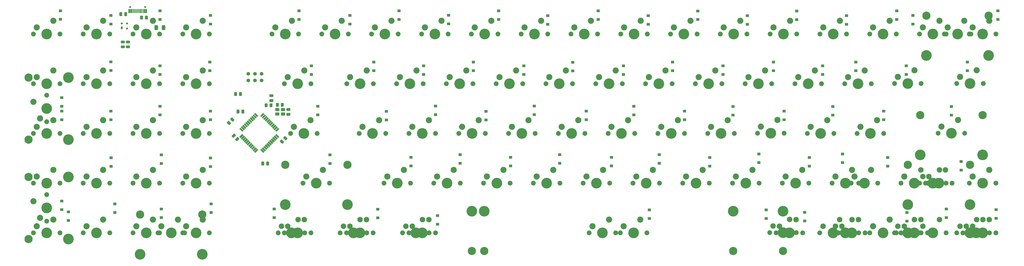
<source format=gbs>
G04 #@! TF.GenerationSoftware,KiCad,Pcbnew,(5.1.4)-1*
G04 #@! TF.CreationDate,2020-09-27T06:03:08-04:00*
G04 #@! TF.ProjectId,southpawpcbv2,736f7574-6870-4617-9770-636276322e6b,rev?*
G04 #@! TF.SameCoordinates,Original*
G04 #@! TF.FileFunction,Soldermask,Bot*
G04 #@! TF.FilePolarity,Negative*
%FSLAX46Y46*%
G04 Gerber Fmt 4.6, Leading zero omitted, Abs format (unit mm)*
G04 Created by KiCad (PCBNEW (5.1.4)-1) date 2020-09-27 06:03:08*
%MOMM*%
%LPD*%
G04 APERTURE LIST*
%ADD10C,2.100000*%
%ADD11C,4.087800*%
%ADD12C,1.850000*%
%ADD13R,1.300000X1.000000*%
%ADD14C,2.350000*%
%ADD15C,3.148000*%
%ADD16R,1.500000X1.300000*%
%ADD17R,0.700000X1.550000*%
%ADD18R,0.400000X1.550000*%
%ADD19C,0.750000*%
%ADD20C,0.100000*%
%ADD21C,1.075000*%
%ADD22C,1.408000*%
%ADD23C,1.350000*%
%ADD24R,0.800000X1.100000*%
%ADD25R,0.800000X0.700000*%
%ADD26C,0.650000*%
G04 APERTURE END LIST*
D10*
G04 #@! TO.C,MX51*
X254140000Y11480000D03*
D11*
X251600000Y6400000D03*
D10*
X247790000Y8940000D03*
D12*
X246520000Y6400000D03*
X256680000Y6400000D03*
G04 #@! TD*
D13*
G04 #@! TO.C,D44*
X259842000Y10924000D03*
X259842000Y14224000D03*
G04 #@! TD*
D10*
G04 #@! TO.C,MX101*
X273240000Y11430000D03*
D11*
X270700000Y6350000D03*
D10*
X266890000Y8890000D03*
D12*
X265620000Y6350000D03*
X275780000Y6350000D03*
G04 #@! TD*
D14*
G04 #@! TO.C,MX13*
X20066000Y11430000D03*
D11*
X17526000Y6350000D03*
D14*
X13716000Y8890000D03*
D12*
X12446000Y6350000D03*
X22606000Y6350000D03*
D15*
X5619750Y13335000D03*
X29432250Y13335000D03*
D11*
X5619750Y-1905000D03*
X29432250Y-1905000D03*
G04 #@! TD*
D14*
G04 #@! TO.C,MX60*
X185039000Y11430000D03*
D11*
X182499000Y6350000D03*
D14*
X178689000Y8890000D03*
D12*
X177419000Y6350000D03*
X187579000Y6350000D03*
D15*
X132499100Y-635000D03*
X232498900Y-635000D03*
D11*
X132499100Y14605000D03*
X232498900Y14605000D03*
G04 #@! TD*
D14*
G04 #@! TO.C,MX61*
X196977000Y11430000D03*
D11*
X194437000Y6350000D03*
D14*
X190627000Y8890000D03*
D12*
X189357000Y6350000D03*
X199517000Y6350000D03*
D15*
X137287000Y-635000D03*
X251587000Y-635000D03*
D11*
X137287000Y14605000D03*
X251587000Y14605000D03*
G04 #@! TD*
D14*
G04 #@! TO.C,MX98*
X318535192Y49549869D03*
D11*
X315995192Y44469869D03*
D14*
X312185192Y47009869D03*
D12*
X310915192Y44469869D03*
X321075192Y44469869D03*
D15*
X304088942Y51454869D03*
X327901442Y51454869D03*
D11*
X304088942Y36214869D03*
X327901442Y36214869D03*
G04 #@! TD*
D13*
G04 #@! TO.C,D65*
X251968000Y49658000D03*
X251968000Y52958000D03*
G04 #@! TD*
G04 #@! TO.C,D60*
X232461861Y51448214D03*
X232461861Y54748214D03*
G04 #@! TD*
D14*
G04 #@! TO.C,MX68*
X230381206Y49494246D03*
D11*
X227841206Y44414246D03*
D14*
X224031206Y46954246D03*
D12*
X222761206Y44414246D03*
X232921206Y44414246D03*
G04 #@! TD*
D13*
G04 #@! TO.C,D6*
X-5588000Y86360000D03*
X-5588000Y89660000D03*
G04 #@! TD*
D14*
G04 #@! TO.C,MX38*
X101820341Y87629283D03*
D11*
X99280341Y82549283D03*
D14*
X95470341Y85089283D03*
D12*
X94200341Y82549283D03*
X104360341Y82549283D03*
G04 #@! TD*
D14*
G04 #@! TO.C,MX56*
X178054000Y87630000D03*
D11*
X175514000Y82550000D03*
D14*
X171704000Y85090000D03*
D12*
X170434000Y82550000D03*
X180594000Y82550000D03*
G04 #@! TD*
D10*
G04 #@! TO.C,MX93*
X304292000Y11430000D03*
D11*
X301752000Y6350000D03*
D10*
X297942000Y8890000D03*
D12*
X296672000Y6350000D03*
X306832000Y6350000D03*
G04 #@! TD*
D10*
G04 #@! TO.C,MX88*
X311404000Y11430000D03*
D11*
X308864000Y6350000D03*
D10*
X305054000Y8890000D03*
D12*
X303784000Y6350000D03*
X313944000Y6350000D03*
G04 #@! TD*
D10*
G04 #@! TO.C,MX104*
X301879000Y11430000D03*
D11*
X299339000Y6350000D03*
D10*
X295529000Y8890000D03*
D12*
X294259000Y6350000D03*
X304419000Y6350000D03*
G04 #@! TD*
D14*
G04 #@! TO.C,MX28*
X285242000Y30480000D03*
D11*
X282702000Y25400000D03*
D14*
X278892000Y27940000D03*
D12*
X277622000Y25400000D03*
X287782000Y25400000D03*
G04 #@! TD*
D14*
G04 #@! TO.C,MX12*
X-8509000Y11430000D03*
D11*
X-11049000Y6350000D03*
D14*
X-14859000Y8890000D03*
D12*
X-16129000Y6350000D03*
X-5969000Y6350000D03*
G04 #@! TD*
D14*
G04 #@! TO.C,MX97*
X325664788Y68599096D03*
D11*
X323124788Y63519096D03*
D14*
X319314788Y66059096D03*
D12*
X318044788Y63519096D03*
X328204788Y63519096D03*
G04 #@! TD*
D10*
G04 #@! TO.C,MX24*
X66040000Y11430000D03*
D11*
X63500000Y6350000D03*
D10*
X59690000Y8890000D03*
D12*
X58420000Y6350000D03*
X68580000Y6350000D03*
G04 #@! TD*
D10*
G04 #@! TO.C,MX81*
X280416000Y11430000D03*
D11*
X277876000Y6350000D03*
D10*
X274066000Y8890000D03*
D12*
X272796000Y6350000D03*
X282956000Y6350000D03*
G04 #@! TD*
D16*
G04 #@! TO.C,Y1*
X60332800Y53555000D03*
X58132800Y53555000D03*
X58132800Y51855000D03*
X60332800Y51855000D03*
G04 #@! TD*
D17*
G04 #@! TO.C,USB1*
X7873200Y91365000D03*
X1423200Y91365000D03*
X7098200Y91365000D03*
X2198200Y91365000D03*
D18*
X2898200Y91365000D03*
X6398200Y91365000D03*
X3398200Y91365000D03*
X5898200Y91365000D03*
X3898200Y91365000D03*
X5398200Y91365000D03*
X4898200Y91365000D03*
X4398200Y91365000D03*
D19*
X7538200Y92810000D03*
X1758200Y92810000D03*
G04 #@! TD*
D20*
G04 #@! TO.C,R6*
G36*
X52824592Y33641706D02*
G01*
X52850681Y33637836D01*
X52876264Y33631428D01*
X52901096Y33622543D01*
X52924938Y33611266D01*
X52947560Y33597707D01*
X52968743Y33581997D01*
X52988285Y33564285D01*
X53005997Y33544743D01*
X53021707Y33523560D01*
X53035266Y33500938D01*
X53046543Y33477096D01*
X53055428Y33452264D01*
X53061836Y33426681D01*
X53065706Y33400592D01*
X53067000Y33374250D01*
X53067000Y32411750D01*
X53065706Y32385408D01*
X53061836Y32359319D01*
X53055428Y32333736D01*
X53046543Y32308904D01*
X53035266Y32285062D01*
X53021707Y32262440D01*
X53005997Y32241257D01*
X52988285Y32221715D01*
X52968743Y32204003D01*
X52947560Y32188293D01*
X52924938Y32174734D01*
X52901096Y32163457D01*
X52876264Y32154572D01*
X52850681Y32148164D01*
X52824592Y32144294D01*
X52798250Y32143000D01*
X52260750Y32143000D01*
X52234408Y32144294D01*
X52208319Y32148164D01*
X52182736Y32154572D01*
X52157904Y32163457D01*
X52134062Y32174734D01*
X52111440Y32188293D01*
X52090257Y32204003D01*
X52070715Y32221715D01*
X52053003Y32241257D01*
X52037293Y32262440D01*
X52023734Y32285062D01*
X52012457Y32308904D01*
X52003572Y32333736D01*
X51997164Y32359319D01*
X51993294Y32385408D01*
X51992000Y32411750D01*
X51992000Y33374250D01*
X51993294Y33400592D01*
X51997164Y33426681D01*
X52003572Y33452264D01*
X52012457Y33477096D01*
X52023734Y33500938D01*
X52037293Y33523560D01*
X52053003Y33544743D01*
X52070715Y33564285D01*
X52090257Y33581997D01*
X52111440Y33597707D01*
X52134062Y33611266D01*
X52157904Y33622543D01*
X52182736Y33631428D01*
X52208319Y33637836D01*
X52234408Y33641706D01*
X52260750Y33643000D01*
X52798250Y33643000D01*
X52824592Y33641706D01*
X52824592Y33641706D01*
G37*
D21*
X52529500Y32893000D03*
D20*
G36*
X54699592Y33641706D02*
G01*
X54725681Y33637836D01*
X54751264Y33631428D01*
X54776096Y33622543D01*
X54799938Y33611266D01*
X54822560Y33597707D01*
X54843743Y33581997D01*
X54863285Y33564285D01*
X54880997Y33544743D01*
X54896707Y33523560D01*
X54910266Y33500938D01*
X54921543Y33477096D01*
X54930428Y33452264D01*
X54936836Y33426681D01*
X54940706Y33400592D01*
X54942000Y33374250D01*
X54942000Y32411750D01*
X54940706Y32385408D01*
X54936836Y32359319D01*
X54930428Y32333736D01*
X54921543Y32308904D01*
X54910266Y32285062D01*
X54896707Y32262440D01*
X54880997Y32241257D01*
X54863285Y32221715D01*
X54843743Y32204003D01*
X54822560Y32188293D01*
X54799938Y32174734D01*
X54776096Y32163457D01*
X54751264Y32154572D01*
X54725681Y32148164D01*
X54699592Y32144294D01*
X54673250Y32143000D01*
X54135750Y32143000D01*
X54109408Y32144294D01*
X54083319Y32148164D01*
X54057736Y32154572D01*
X54032904Y32163457D01*
X54009062Y32174734D01*
X53986440Y32188293D01*
X53965257Y32204003D01*
X53945715Y32221715D01*
X53928003Y32241257D01*
X53912293Y32262440D01*
X53898734Y32285062D01*
X53887457Y32308904D01*
X53878572Y32333736D01*
X53872164Y32359319D01*
X53868294Y32385408D01*
X53867000Y32411750D01*
X53867000Y33374250D01*
X53868294Y33400592D01*
X53872164Y33426681D01*
X53878572Y33452264D01*
X53887457Y33477096D01*
X53898734Y33500938D01*
X53912293Y33523560D01*
X53928003Y33544743D01*
X53945715Y33564285D01*
X53965257Y33581997D01*
X53986440Y33597707D01*
X54009062Y33611266D01*
X54032904Y33622543D01*
X54057736Y33631428D01*
X54083319Y33637836D01*
X54109408Y33641706D01*
X54135750Y33643000D01*
X54673250Y33643000D01*
X54699592Y33641706D01*
X54699592Y33641706D01*
G37*
D21*
X54404500Y32893000D03*
G04 #@! TD*
D20*
G04 #@! TO.C,R5*
G36*
X-1478308Y90918706D02*
G01*
X-1452219Y90914836D01*
X-1426636Y90908428D01*
X-1401804Y90899543D01*
X-1377962Y90888266D01*
X-1355340Y90874707D01*
X-1334157Y90858997D01*
X-1314615Y90841285D01*
X-1296903Y90821743D01*
X-1281193Y90800560D01*
X-1267634Y90777938D01*
X-1256357Y90754096D01*
X-1247472Y90729264D01*
X-1241064Y90703681D01*
X-1237194Y90677592D01*
X-1235900Y90651250D01*
X-1235900Y89688750D01*
X-1237194Y89662408D01*
X-1241064Y89636319D01*
X-1247472Y89610736D01*
X-1256357Y89585904D01*
X-1267634Y89562062D01*
X-1281193Y89539440D01*
X-1296903Y89518257D01*
X-1314615Y89498715D01*
X-1334157Y89481003D01*
X-1355340Y89465293D01*
X-1377962Y89451734D01*
X-1401804Y89440457D01*
X-1426636Y89431572D01*
X-1452219Y89425164D01*
X-1478308Y89421294D01*
X-1504650Y89420000D01*
X-2042150Y89420000D01*
X-2068492Y89421294D01*
X-2094581Y89425164D01*
X-2120164Y89431572D01*
X-2144996Y89440457D01*
X-2168838Y89451734D01*
X-2191460Y89465293D01*
X-2212643Y89481003D01*
X-2232185Y89498715D01*
X-2249897Y89518257D01*
X-2265607Y89539440D01*
X-2279166Y89562062D01*
X-2290443Y89585904D01*
X-2299328Y89610736D01*
X-2305736Y89636319D01*
X-2309606Y89662408D01*
X-2310900Y89688750D01*
X-2310900Y90651250D01*
X-2309606Y90677592D01*
X-2305736Y90703681D01*
X-2299328Y90729264D01*
X-2290443Y90754096D01*
X-2279166Y90777938D01*
X-2265607Y90800560D01*
X-2249897Y90821743D01*
X-2232185Y90841285D01*
X-2212643Y90858997D01*
X-2191460Y90874707D01*
X-2168838Y90888266D01*
X-2144996Y90899543D01*
X-2120164Y90908428D01*
X-2094581Y90914836D01*
X-2068492Y90918706D01*
X-2042150Y90920000D01*
X-1504650Y90920000D01*
X-1478308Y90918706D01*
X-1478308Y90918706D01*
G37*
D21*
X-1773400Y90170000D03*
D20*
G36*
X396692Y90918706D02*
G01*
X422781Y90914836D01*
X448364Y90908428D01*
X473196Y90899543D01*
X497038Y90888266D01*
X519660Y90874707D01*
X540843Y90858997D01*
X560385Y90841285D01*
X578097Y90821743D01*
X593807Y90800560D01*
X607366Y90777938D01*
X618643Y90754096D01*
X627528Y90729264D01*
X633936Y90703681D01*
X637806Y90677592D01*
X639100Y90651250D01*
X639100Y89688750D01*
X637806Y89662408D01*
X633936Y89636319D01*
X627528Y89610736D01*
X618643Y89585904D01*
X607366Y89562062D01*
X593807Y89539440D01*
X578097Y89518257D01*
X560385Y89498715D01*
X540843Y89481003D01*
X519660Y89465293D01*
X497038Y89451734D01*
X473196Y89440457D01*
X448364Y89431572D01*
X422781Y89425164D01*
X396692Y89421294D01*
X370350Y89420000D01*
X-167150Y89420000D01*
X-193492Y89421294D01*
X-219581Y89425164D01*
X-245164Y89431572D01*
X-269996Y89440457D01*
X-293838Y89451734D01*
X-316460Y89465293D01*
X-337643Y89481003D01*
X-357185Y89498715D01*
X-374897Y89518257D01*
X-390607Y89539440D01*
X-404166Y89562062D01*
X-415443Y89585904D01*
X-424328Y89610736D01*
X-430736Y89636319D01*
X-434606Y89662408D01*
X-435900Y89688750D01*
X-435900Y90651250D01*
X-434606Y90677592D01*
X-430736Y90703681D01*
X-424328Y90729264D01*
X-415443Y90754096D01*
X-404166Y90777938D01*
X-390607Y90800560D01*
X-374897Y90821743D01*
X-357185Y90841285D01*
X-337643Y90858997D01*
X-316460Y90874707D01*
X-293838Y90888266D01*
X-269996Y90899543D01*
X-245164Y90908428D01*
X-219581Y90914836D01*
X-193492Y90918706D01*
X-167150Y90920000D01*
X370350Y90920000D01*
X396692Y90918706D01*
X396692Y90918706D01*
G37*
D21*
X101600Y90170000D03*
G04 #@! TD*
D20*
G04 #@! TO.C,R4*
G36*
X8344592Y89572506D02*
G01*
X8370681Y89568636D01*
X8396264Y89562228D01*
X8421096Y89553343D01*
X8444938Y89542066D01*
X8467560Y89528507D01*
X8488743Y89512797D01*
X8508285Y89495085D01*
X8525997Y89475543D01*
X8541707Y89454360D01*
X8555266Y89431738D01*
X8566543Y89407896D01*
X8575428Y89383064D01*
X8581836Y89357481D01*
X8585706Y89331392D01*
X8587000Y89305050D01*
X8587000Y88342550D01*
X8585706Y88316208D01*
X8581836Y88290119D01*
X8575428Y88264536D01*
X8566543Y88239704D01*
X8555266Y88215862D01*
X8541707Y88193240D01*
X8525997Y88172057D01*
X8508285Y88152515D01*
X8488743Y88134803D01*
X8467560Y88119093D01*
X8444938Y88105534D01*
X8421096Y88094257D01*
X8396264Y88085372D01*
X8370681Y88078964D01*
X8344592Y88075094D01*
X8318250Y88073800D01*
X7780750Y88073800D01*
X7754408Y88075094D01*
X7728319Y88078964D01*
X7702736Y88085372D01*
X7677904Y88094257D01*
X7654062Y88105534D01*
X7631440Y88119093D01*
X7610257Y88134803D01*
X7590715Y88152515D01*
X7573003Y88172057D01*
X7557293Y88193240D01*
X7543734Y88215862D01*
X7532457Y88239704D01*
X7523572Y88264536D01*
X7517164Y88290119D01*
X7513294Y88316208D01*
X7512000Y88342550D01*
X7512000Y89305050D01*
X7513294Y89331392D01*
X7517164Y89357481D01*
X7523572Y89383064D01*
X7532457Y89407896D01*
X7543734Y89431738D01*
X7557293Y89454360D01*
X7573003Y89475543D01*
X7590715Y89495085D01*
X7610257Y89512797D01*
X7631440Y89528507D01*
X7654062Y89542066D01*
X7677904Y89553343D01*
X7702736Y89562228D01*
X7728319Y89568636D01*
X7754408Y89572506D01*
X7780750Y89573800D01*
X8318250Y89573800D01*
X8344592Y89572506D01*
X8344592Y89572506D01*
G37*
D21*
X8049500Y88823800D03*
D20*
G36*
X6469592Y89572506D02*
G01*
X6495681Y89568636D01*
X6521264Y89562228D01*
X6546096Y89553343D01*
X6569938Y89542066D01*
X6592560Y89528507D01*
X6613743Y89512797D01*
X6633285Y89495085D01*
X6650997Y89475543D01*
X6666707Y89454360D01*
X6680266Y89431738D01*
X6691543Y89407896D01*
X6700428Y89383064D01*
X6706836Y89357481D01*
X6710706Y89331392D01*
X6712000Y89305050D01*
X6712000Y88342550D01*
X6710706Y88316208D01*
X6706836Y88290119D01*
X6700428Y88264536D01*
X6691543Y88239704D01*
X6680266Y88215862D01*
X6666707Y88193240D01*
X6650997Y88172057D01*
X6633285Y88152515D01*
X6613743Y88134803D01*
X6592560Y88119093D01*
X6569938Y88105534D01*
X6546096Y88094257D01*
X6521264Y88085372D01*
X6495681Y88078964D01*
X6469592Y88075094D01*
X6443250Y88073800D01*
X5905750Y88073800D01*
X5879408Y88075094D01*
X5853319Y88078964D01*
X5827736Y88085372D01*
X5802904Y88094257D01*
X5779062Y88105534D01*
X5756440Y88119093D01*
X5735257Y88134803D01*
X5715715Y88152515D01*
X5698003Y88172057D01*
X5682293Y88193240D01*
X5668734Y88215862D01*
X5657457Y88239704D01*
X5648572Y88264536D01*
X5642164Y88290119D01*
X5638294Y88316208D01*
X5637000Y88342550D01*
X5637000Y89305050D01*
X5638294Y89331392D01*
X5642164Y89357481D01*
X5648572Y89383064D01*
X5657457Y89407896D01*
X5668734Y89431738D01*
X5682293Y89454360D01*
X5698003Y89475543D01*
X5715715Y89495085D01*
X5735257Y89512797D01*
X5756440Y89528507D01*
X5779062Y89542066D01*
X5802904Y89553343D01*
X5827736Y89562228D01*
X5853319Y89568636D01*
X5879408Y89572506D01*
X5905750Y89573800D01*
X6443250Y89573800D01*
X6469592Y89572506D01*
X6469592Y89572506D01*
G37*
D21*
X6174500Y88823800D03*
G04 #@! TD*
D20*
G04 #@! TO.C,R3*
G36*
X-508408Y80012806D02*
G01*
X-482319Y80008936D01*
X-456736Y80002528D01*
X-431904Y79993643D01*
X-408062Y79982366D01*
X-385440Y79968807D01*
X-364257Y79953097D01*
X-344715Y79935385D01*
X-327003Y79915843D01*
X-311293Y79894660D01*
X-297734Y79872038D01*
X-286457Y79848196D01*
X-277572Y79823364D01*
X-271164Y79797781D01*
X-267294Y79771692D01*
X-266000Y79745350D01*
X-266000Y79207850D01*
X-267294Y79181508D01*
X-271164Y79155419D01*
X-277572Y79129836D01*
X-286457Y79105004D01*
X-297734Y79081162D01*
X-311293Y79058540D01*
X-327003Y79037357D01*
X-344715Y79017815D01*
X-364257Y79000103D01*
X-385440Y78984393D01*
X-408062Y78970834D01*
X-431904Y78959557D01*
X-456736Y78950672D01*
X-482319Y78944264D01*
X-508408Y78940394D01*
X-534750Y78939100D01*
X-1497250Y78939100D01*
X-1523592Y78940394D01*
X-1549681Y78944264D01*
X-1575264Y78950672D01*
X-1600096Y78959557D01*
X-1623938Y78970834D01*
X-1646560Y78984393D01*
X-1667743Y79000103D01*
X-1687285Y79017815D01*
X-1704997Y79037357D01*
X-1720707Y79058540D01*
X-1734266Y79081162D01*
X-1745543Y79105004D01*
X-1754428Y79129836D01*
X-1760836Y79155419D01*
X-1764706Y79181508D01*
X-1766000Y79207850D01*
X-1766000Y79745350D01*
X-1764706Y79771692D01*
X-1760836Y79797781D01*
X-1754428Y79823364D01*
X-1745543Y79848196D01*
X-1734266Y79872038D01*
X-1720707Y79894660D01*
X-1704997Y79915843D01*
X-1687285Y79935385D01*
X-1667743Y79953097D01*
X-1646560Y79968807D01*
X-1623938Y79982366D01*
X-1600096Y79993643D01*
X-1575264Y80002528D01*
X-1549681Y80008936D01*
X-1523592Y80012806D01*
X-1497250Y80014100D01*
X-534750Y80014100D01*
X-508408Y80012806D01*
X-508408Y80012806D01*
G37*
D21*
X-1016000Y79476600D03*
D20*
G36*
X-508408Y78137806D02*
G01*
X-482319Y78133936D01*
X-456736Y78127528D01*
X-431904Y78118643D01*
X-408062Y78107366D01*
X-385440Y78093807D01*
X-364257Y78078097D01*
X-344715Y78060385D01*
X-327003Y78040843D01*
X-311293Y78019660D01*
X-297734Y77997038D01*
X-286457Y77973196D01*
X-277572Y77948364D01*
X-271164Y77922781D01*
X-267294Y77896692D01*
X-266000Y77870350D01*
X-266000Y77332850D01*
X-267294Y77306508D01*
X-271164Y77280419D01*
X-277572Y77254836D01*
X-286457Y77230004D01*
X-297734Y77206162D01*
X-311293Y77183540D01*
X-327003Y77162357D01*
X-344715Y77142815D01*
X-364257Y77125103D01*
X-385440Y77109393D01*
X-408062Y77095834D01*
X-431904Y77084557D01*
X-456736Y77075672D01*
X-482319Y77069264D01*
X-508408Y77065394D01*
X-534750Y77064100D01*
X-1497250Y77064100D01*
X-1523592Y77065394D01*
X-1549681Y77069264D01*
X-1575264Y77075672D01*
X-1600096Y77084557D01*
X-1623938Y77095834D01*
X-1646560Y77109393D01*
X-1667743Y77125103D01*
X-1687285Y77142815D01*
X-1704997Y77162357D01*
X-1720707Y77183540D01*
X-1734266Y77206162D01*
X-1745543Y77230004D01*
X-1754428Y77254836D01*
X-1760836Y77280419D01*
X-1764706Y77306508D01*
X-1766000Y77332850D01*
X-1766000Y77870350D01*
X-1764706Y77896692D01*
X-1760836Y77922781D01*
X-1754428Y77948364D01*
X-1745543Y77973196D01*
X-1734266Y77997038D01*
X-1720707Y78019660D01*
X-1704997Y78040843D01*
X-1687285Y78060385D01*
X-1667743Y78078097D01*
X-1646560Y78093807D01*
X-1623938Y78107366D01*
X-1600096Y78118643D01*
X-1575264Y78127528D01*
X-1549681Y78133936D01*
X-1523592Y78137806D01*
X-1497250Y78139100D01*
X-534750Y78139100D01*
X-508408Y78137806D01*
X-508408Y78137806D01*
G37*
D21*
X-1016000Y77601600D03*
G04 #@! TD*
D20*
G04 #@! TO.C,R2*
G36*
X1472792Y80012806D02*
G01*
X1498881Y80008936D01*
X1524464Y80002528D01*
X1549296Y79993643D01*
X1573138Y79982366D01*
X1595760Y79968807D01*
X1616943Y79953097D01*
X1636485Y79935385D01*
X1654197Y79915843D01*
X1669907Y79894660D01*
X1683466Y79872038D01*
X1694743Y79848196D01*
X1703628Y79823364D01*
X1710036Y79797781D01*
X1713906Y79771692D01*
X1715200Y79745350D01*
X1715200Y79207850D01*
X1713906Y79181508D01*
X1710036Y79155419D01*
X1703628Y79129836D01*
X1694743Y79105004D01*
X1683466Y79081162D01*
X1669907Y79058540D01*
X1654197Y79037357D01*
X1636485Y79017815D01*
X1616943Y79000103D01*
X1595760Y78984393D01*
X1573138Y78970834D01*
X1549296Y78959557D01*
X1524464Y78950672D01*
X1498881Y78944264D01*
X1472792Y78940394D01*
X1446450Y78939100D01*
X483950Y78939100D01*
X457608Y78940394D01*
X431519Y78944264D01*
X405936Y78950672D01*
X381104Y78959557D01*
X357262Y78970834D01*
X334640Y78984393D01*
X313457Y79000103D01*
X293915Y79017815D01*
X276203Y79037357D01*
X260493Y79058540D01*
X246934Y79081162D01*
X235657Y79105004D01*
X226772Y79129836D01*
X220364Y79155419D01*
X216494Y79181508D01*
X215200Y79207850D01*
X215200Y79745350D01*
X216494Y79771692D01*
X220364Y79797781D01*
X226772Y79823364D01*
X235657Y79848196D01*
X246934Y79872038D01*
X260493Y79894660D01*
X276203Y79915843D01*
X293915Y79935385D01*
X313457Y79953097D01*
X334640Y79968807D01*
X357262Y79982366D01*
X381104Y79993643D01*
X405936Y80002528D01*
X431519Y80008936D01*
X457608Y80012806D01*
X483950Y80014100D01*
X1446450Y80014100D01*
X1472792Y80012806D01*
X1472792Y80012806D01*
G37*
D21*
X965200Y79476600D03*
D20*
G36*
X1472792Y78137806D02*
G01*
X1498881Y78133936D01*
X1524464Y78127528D01*
X1549296Y78118643D01*
X1573138Y78107366D01*
X1595760Y78093807D01*
X1616943Y78078097D01*
X1636485Y78060385D01*
X1654197Y78040843D01*
X1669907Y78019660D01*
X1683466Y77997038D01*
X1694743Y77973196D01*
X1703628Y77948364D01*
X1710036Y77922781D01*
X1713906Y77896692D01*
X1715200Y77870350D01*
X1715200Y77332850D01*
X1713906Y77306508D01*
X1710036Y77280419D01*
X1703628Y77254836D01*
X1694743Y77230004D01*
X1683466Y77206162D01*
X1669907Y77183540D01*
X1654197Y77162357D01*
X1636485Y77142815D01*
X1616943Y77125103D01*
X1595760Y77109393D01*
X1573138Y77095834D01*
X1549296Y77084557D01*
X1524464Y77075672D01*
X1498881Y77069264D01*
X1472792Y77065394D01*
X1446450Y77064100D01*
X483950Y77064100D01*
X457608Y77065394D01*
X431519Y77069264D01*
X405936Y77075672D01*
X381104Y77084557D01*
X357262Y77095834D01*
X334640Y77109393D01*
X313457Y77125103D01*
X293915Y77142815D01*
X276203Y77162357D01*
X260493Y77183540D01*
X246934Y77206162D01*
X235657Y77230004D01*
X226772Y77254836D01*
X220364Y77280419D01*
X216494Y77306508D01*
X215200Y77332850D01*
X215200Y77870350D01*
X216494Y77896692D01*
X220364Y77922781D01*
X226772Y77948364D01*
X235657Y77973196D01*
X246934Y77997038D01*
X260493Y78019660D01*
X276203Y78040843D01*
X293915Y78060385D01*
X313457Y78078097D01*
X334640Y78093807D01*
X357262Y78107366D01*
X381104Y78118643D01*
X405936Y78127528D01*
X431519Y78133936D01*
X457608Y78137806D01*
X483950Y78139100D01*
X1446450Y78139100D01*
X1472792Y78137806D01*
X1472792Y78137806D01*
G37*
D21*
X965200Y77601600D03*
G04 #@! TD*
D20*
G04 #@! TO.C,R1*
G36*
X56336792Y59434206D02*
G01*
X56362881Y59430336D01*
X56388464Y59423928D01*
X56413296Y59415043D01*
X56437138Y59403766D01*
X56459760Y59390207D01*
X56480943Y59374497D01*
X56500485Y59356785D01*
X56518197Y59337243D01*
X56533907Y59316060D01*
X56547466Y59293438D01*
X56558743Y59269596D01*
X56567628Y59244764D01*
X56574036Y59219181D01*
X56577906Y59193092D01*
X56579200Y59166750D01*
X56579200Y58629250D01*
X56577906Y58602908D01*
X56574036Y58576819D01*
X56567628Y58551236D01*
X56558743Y58526404D01*
X56547466Y58502562D01*
X56533907Y58479940D01*
X56518197Y58458757D01*
X56500485Y58439215D01*
X56480943Y58421503D01*
X56459760Y58405793D01*
X56437138Y58392234D01*
X56413296Y58380957D01*
X56388464Y58372072D01*
X56362881Y58365664D01*
X56336792Y58361794D01*
X56310450Y58360500D01*
X55347950Y58360500D01*
X55321608Y58361794D01*
X55295519Y58365664D01*
X55269936Y58372072D01*
X55245104Y58380957D01*
X55221262Y58392234D01*
X55198640Y58405793D01*
X55177457Y58421503D01*
X55157915Y58439215D01*
X55140203Y58458757D01*
X55124493Y58479940D01*
X55110934Y58502562D01*
X55099657Y58526404D01*
X55090772Y58551236D01*
X55084364Y58576819D01*
X55080494Y58602908D01*
X55079200Y58629250D01*
X55079200Y59166750D01*
X55080494Y59193092D01*
X55084364Y59219181D01*
X55090772Y59244764D01*
X55099657Y59269596D01*
X55110934Y59293438D01*
X55124493Y59316060D01*
X55140203Y59337243D01*
X55157915Y59356785D01*
X55177457Y59374497D01*
X55198640Y59390207D01*
X55221262Y59403766D01*
X55245104Y59415043D01*
X55269936Y59423928D01*
X55295519Y59430336D01*
X55321608Y59434206D01*
X55347950Y59435500D01*
X56310450Y59435500D01*
X56336792Y59434206D01*
X56336792Y59434206D01*
G37*
D21*
X55829200Y58898000D03*
D20*
G36*
X56336792Y57559206D02*
G01*
X56362881Y57555336D01*
X56388464Y57548928D01*
X56413296Y57540043D01*
X56437138Y57528766D01*
X56459760Y57515207D01*
X56480943Y57499497D01*
X56500485Y57481785D01*
X56518197Y57462243D01*
X56533907Y57441060D01*
X56547466Y57418438D01*
X56558743Y57394596D01*
X56567628Y57369764D01*
X56574036Y57344181D01*
X56577906Y57318092D01*
X56579200Y57291750D01*
X56579200Y56754250D01*
X56577906Y56727908D01*
X56574036Y56701819D01*
X56567628Y56676236D01*
X56558743Y56651404D01*
X56547466Y56627562D01*
X56533907Y56604940D01*
X56518197Y56583757D01*
X56500485Y56564215D01*
X56480943Y56546503D01*
X56459760Y56530793D01*
X56437138Y56517234D01*
X56413296Y56505957D01*
X56388464Y56497072D01*
X56362881Y56490664D01*
X56336792Y56486794D01*
X56310450Y56485500D01*
X55347950Y56485500D01*
X55321608Y56486794D01*
X55295519Y56490664D01*
X55269936Y56497072D01*
X55245104Y56505957D01*
X55221262Y56517234D01*
X55198640Y56530793D01*
X55177457Y56546503D01*
X55157915Y56564215D01*
X55140203Y56583757D01*
X55124493Y56604940D01*
X55110934Y56627562D01*
X55099657Y56651404D01*
X55090772Y56676236D01*
X55084364Y56701819D01*
X55080494Y56727908D01*
X55079200Y56754250D01*
X55079200Y57291750D01*
X55080494Y57318092D01*
X55084364Y57344181D01*
X55090772Y57369764D01*
X55099657Y57394596D01*
X55110934Y57418438D01*
X55124493Y57441060D01*
X55140203Y57462243D01*
X55157915Y57481785D01*
X55177457Y57499497D01*
X55198640Y57515207D01*
X55221262Y57528766D01*
X55245104Y57540043D01*
X55269936Y57548928D01*
X55295519Y57555336D01*
X55321608Y57559206D01*
X55347950Y57560500D01*
X56310450Y57560500D01*
X56336792Y57559206D01*
X56336792Y57559206D01*
G37*
D21*
X55829200Y57023000D03*
G04 #@! TD*
D22*
G04 #@! TO.C,J1*
X52070000Y64770000D03*
X52070000Y67310000D03*
X46990000Y67310000D03*
X46990000Y64770000D03*
X49530000Y67310000D03*
X49530000Y64770000D03*
G04 #@! TD*
D20*
G04 #@! TO.C,F1*
G36*
X15011065Y85912100D02*
G01*
X15037274Y85908212D01*
X15062977Y85901774D01*
X15087925Y85892847D01*
X15111877Y85881519D01*
X15134604Y85867897D01*
X15155886Y85852113D01*
X15175519Y85834319D01*
X15193313Y85814686D01*
X15209097Y85793404D01*
X15222719Y85770677D01*
X15234047Y85746725D01*
X15242974Y85721777D01*
X15249412Y85696074D01*
X15253300Y85669865D01*
X15254600Y85643400D01*
X15254600Y84333400D01*
X15253300Y84306935D01*
X15249412Y84280726D01*
X15242974Y84255023D01*
X15234047Y84230075D01*
X15222719Y84206123D01*
X15209097Y84183396D01*
X15193313Y84162114D01*
X15175519Y84142481D01*
X15155886Y84124687D01*
X15134604Y84108903D01*
X15111877Y84095281D01*
X15087925Y84083953D01*
X15062977Y84075026D01*
X15037274Y84068588D01*
X15011065Y84064700D01*
X14984600Y84063400D01*
X14174600Y84063400D01*
X14148135Y84064700D01*
X14121926Y84068588D01*
X14096223Y84075026D01*
X14071275Y84083953D01*
X14047323Y84095281D01*
X14024596Y84108903D01*
X14003314Y84124687D01*
X13983681Y84142481D01*
X13965887Y84162114D01*
X13950103Y84183396D01*
X13936481Y84206123D01*
X13925153Y84230075D01*
X13916226Y84255023D01*
X13909788Y84280726D01*
X13905900Y84306935D01*
X13904600Y84333400D01*
X13904600Y85643400D01*
X13905900Y85669865D01*
X13909788Y85696074D01*
X13916226Y85721777D01*
X13925153Y85746725D01*
X13936481Y85770677D01*
X13950103Y85793404D01*
X13965887Y85814686D01*
X13983681Y85834319D01*
X14003314Y85852113D01*
X14024596Y85867897D01*
X14047323Y85881519D01*
X14071275Y85892847D01*
X14096223Y85901774D01*
X14121926Y85908212D01*
X14148135Y85912100D01*
X14174600Y85913400D01*
X14984600Y85913400D01*
X15011065Y85912100D01*
X15011065Y85912100D01*
G37*
D23*
X14579600Y84988400D03*
D20*
G36*
X12211065Y85912100D02*
G01*
X12237274Y85908212D01*
X12262977Y85901774D01*
X12287925Y85892847D01*
X12311877Y85881519D01*
X12334604Y85867897D01*
X12355886Y85852113D01*
X12375519Y85834319D01*
X12393313Y85814686D01*
X12409097Y85793404D01*
X12422719Y85770677D01*
X12434047Y85746725D01*
X12442974Y85721777D01*
X12449412Y85696074D01*
X12453300Y85669865D01*
X12454600Y85643400D01*
X12454600Y84333400D01*
X12453300Y84306935D01*
X12449412Y84280726D01*
X12442974Y84255023D01*
X12434047Y84230075D01*
X12422719Y84206123D01*
X12409097Y84183396D01*
X12393313Y84162114D01*
X12375519Y84142481D01*
X12355886Y84124687D01*
X12334604Y84108903D01*
X12311877Y84095281D01*
X12287925Y84083953D01*
X12262977Y84075026D01*
X12237274Y84068588D01*
X12211065Y84064700D01*
X12184600Y84063400D01*
X11374600Y84063400D01*
X11348135Y84064700D01*
X11321926Y84068588D01*
X11296223Y84075026D01*
X11271275Y84083953D01*
X11247323Y84095281D01*
X11224596Y84108903D01*
X11203314Y84124687D01*
X11183681Y84142481D01*
X11165887Y84162114D01*
X11150103Y84183396D01*
X11136481Y84206123D01*
X11125153Y84230075D01*
X11116226Y84255023D01*
X11109788Y84280726D01*
X11105900Y84306935D01*
X11104600Y84333400D01*
X11104600Y85643400D01*
X11105900Y85669865D01*
X11109788Y85696074D01*
X11116226Y85721777D01*
X11125153Y85746725D01*
X11136481Y85770677D01*
X11150103Y85793404D01*
X11165887Y85814686D01*
X11183681Y85834319D01*
X11203314Y85852113D01*
X11224596Y85867897D01*
X11247323Y85881519D01*
X11271275Y85892847D01*
X11296223Y85901774D01*
X11321926Y85908212D01*
X11348135Y85912100D01*
X11374600Y85913400D01*
X12184600Y85913400D01*
X12211065Y85912100D01*
X12211065Y85912100D01*
G37*
D23*
X11779600Y84988400D03*
G04 #@! TD*
D24*
G04 #@! TO.C,D79*
X-1390400Y84863200D03*
D25*
X609600Y86563200D03*
X609600Y84663200D03*
X-1390400Y86563200D03*
G04 #@! TD*
D20*
G04 #@! TO.C,C8*
G36*
X61054495Y43434199D02*
G01*
X61080584Y43430329D01*
X61106167Y43423921D01*
X61130999Y43415036D01*
X61154841Y43403759D01*
X61177463Y43390200D01*
X61198646Y43374490D01*
X61218188Y43356778D01*
X61898778Y42676188D01*
X61916490Y42656646D01*
X61932200Y42635463D01*
X61945759Y42612841D01*
X61957036Y42588999D01*
X61965921Y42564167D01*
X61972329Y42538584D01*
X61976199Y42512495D01*
X61977493Y42486153D01*
X61976199Y42459811D01*
X61972329Y42433722D01*
X61965921Y42408139D01*
X61957036Y42383307D01*
X61945759Y42359465D01*
X61932200Y42336843D01*
X61916490Y42315660D01*
X61898778Y42296118D01*
X61518708Y41916048D01*
X61499166Y41898336D01*
X61477983Y41882626D01*
X61455361Y41869067D01*
X61431519Y41857790D01*
X61406687Y41848905D01*
X61381104Y41842497D01*
X61355015Y41838627D01*
X61328673Y41837333D01*
X61302331Y41838627D01*
X61276242Y41842497D01*
X61250659Y41848905D01*
X61225827Y41857790D01*
X61201985Y41869067D01*
X61179363Y41882626D01*
X61158180Y41898336D01*
X61138638Y41916048D01*
X60458048Y42596638D01*
X60440336Y42616180D01*
X60424626Y42637363D01*
X60411067Y42659985D01*
X60399790Y42683827D01*
X60390905Y42708659D01*
X60384497Y42734242D01*
X60380627Y42760331D01*
X60379333Y42786673D01*
X60380627Y42813015D01*
X60384497Y42839104D01*
X60390905Y42864687D01*
X60399790Y42889519D01*
X60411067Y42913361D01*
X60424626Y42935983D01*
X60440336Y42957166D01*
X60458048Y42976708D01*
X60838118Y43356778D01*
X60857660Y43374490D01*
X60878843Y43390200D01*
X60901465Y43403759D01*
X60925307Y43415036D01*
X60950139Y43423921D01*
X60975722Y43430329D01*
X61001811Y43434199D01*
X61028153Y43435493D01*
X61054495Y43434199D01*
X61054495Y43434199D01*
G37*
D21*
X61178413Y42636413D03*
D20*
G36*
X59728669Y42108373D02*
G01*
X59754758Y42104503D01*
X59780341Y42098095D01*
X59805173Y42089210D01*
X59829015Y42077933D01*
X59851637Y42064374D01*
X59872820Y42048664D01*
X59892362Y42030952D01*
X60572952Y41350362D01*
X60590664Y41330820D01*
X60606374Y41309637D01*
X60619933Y41287015D01*
X60631210Y41263173D01*
X60640095Y41238341D01*
X60646503Y41212758D01*
X60650373Y41186669D01*
X60651667Y41160327D01*
X60650373Y41133985D01*
X60646503Y41107896D01*
X60640095Y41082313D01*
X60631210Y41057481D01*
X60619933Y41033639D01*
X60606374Y41011017D01*
X60590664Y40989834D01*
X60572952Y40970292D01*
X60192882Y40590222D01*
X60173340Y40572510D01*
X60152157Y40556800D01*
X60129535Y40543241D01*
X60105693Y40531964D01*
X60080861Y40523079D01*
X60055278Y40516671D01*
X60029189Y40512801D01*
X60002847Y40511507D01*
X59976505Y40512801D01*
X59950416Y40516671D01*
X59924833Y40523079D01*
X59900001Y40531964D01*
X59876159Y40543241D01*
X59853537Y40556800D01*
X59832354Y40572510D01*
X59812812Y40590222D01*
X59132222Y41270812D01*
X59114510Y41290354D01*
X59098800Y41311537D01*
X59085241Y41334159D01*
X59073964Y41358001D01*
X59065079Y41382833D01*
X59058671Y41408416D01*
X59054801Y41434505D01*
X59053507Y41460847D01*
X59054801Y41487189D01*
X59058671Y41513278D01*
X59065079Y41538861D01*
X59073964Y41563693D01*
X59085241Y41587535D01*
X59098800Y41610157D01*
X59114510Y41631340D01*
X59132222Y41650882D01*
X59512292Y42030952D01*
X59531834Y42048664D01*
X59553017Y42064374D01*
X59575639Y42077933D01*
X59599481Y42089210D01*
X59624313Y42098095D01*
X59649896Y42104503D01*
X59675985Y42108373D01*
X59702327Y42109667D01*
X59728669Y42108373D01*
X59728669Y42108373D01*
G37*
D21*
X59852587Y41310587D03*
G04 #@! TD*
D20*
G04 #@! TO.C,C7*
G36*
X45223092Y53580706D02*
G01*
X45249181Y53576836D01*
X45274764Y53570428D01*
X45299596Y53561543D01*
X45323438Y53550266D01*
X45346060Y53536707D01*
X45367243Y53520997D01*
X45386785Y53503285D01*
X45404497Y53483743D01*
X45420207Y53462560D01*
X45433766Y53439938D01*
X45445043Y53416096D01*
X45453928Y53391264D01*
X45460336Y53365681D01*
X45464206Y53339592D01*
X45465500Y53313250D01*
X45465500Y52350750D01*
X45464206Y52324408D01*
X45460336Y52298319D01*
X45453928Y52272736D01*
X45445043Y52247904D01*
X45433766Y52224062D01*
X45420207Y52201440D01*
X45404497Y52180257D01*
X45386785Y52160715D01*
X45367243Y52143003D01*
X45346060Y52127293D01*
X45323438Y52113734D01*
X45299596Y52102457D01*
X45274764Y52093572D01*
X45249181Y52087164D01*
X45223092Y52083294D01*
X45196750Y52082000D01*
X44659250Y52082000D01*
X44632908Y52083294D01*
X44606819Y52087164D01*
X44581236Y52093572D01*
X44556404Y52102457D01*
X44532562Y52113734D01*
X44509940Y52127293D01*
X44488757Y52143003D01*
X44469215Y52160715D01*
X44451503Y52180257D01*
X44435793Y52201440D01*
X44422234Y52224062D01*
X44410957Y52247904D01*
X44402072Y52272736D01*
X44395664Y52298319D01*
X44391794Y52324408D01*
X44390500Y52350750D01*
X44390500Y53313250D01*
X44391794Y53339592D01*
X44395664Y53365681D01*
X44402072Y53391264D01*
X44410957Y53416096D01*
X44422234Y53439938D01*
X44435793Y53462560D01*
X44451503Y53483743D01*
X44469215Y53503285D01*
X44488757Y53520997D01*
X44509940Y53536707D01*
X44532562Y53550266D01*
X44556404Y53561543D01*
X44581236Y53570428D01*
X44606819Y53576836D01*
X44632908Y53580706D01*
X44659250Y53582000D01*
X45196750Y53582000D01*
X45223092Y53580706D01*
X45223092Y53580706D01*
G37*
D21*
X44928000Y52832000D03*
D20*
G36*
X43348092Y53580706D02*
G01*
X43374181Y53576836D01*
X43399764Y53570428D01*
X43424596Y53561543D01*
X43448438Y53550266D01*
X43471060Y53536707D01*
X43492243Y53520997D01*
X43511785Y53503285D01*
X43529497Y53483743D01*
X43545207Y53462560D01*
X43558766Y53439938D01*
X43570043Y53416096D01*
X43578928Y53391264D01*
X43585336Y53365681D01*
X43589206Y53339592D01*
X43590500Y53313250D01*
X43590500Y52350750D01*
X43589206Y52324408D01*
X43585336Y52298319D01*
X43578928Y52272736D01*
X43570043Y52247904D01*
X43558766Y52224062D01*
X43545207Y52201440D01*
X43529497Y52180257D01*
X43511785Y52160715D01*
X43492243Y52143003D01*
X43471060Y52127293D01*
X43448438Y52113734D01*
X43424596Y52102457D01*
X43399764Y52093572D01*
X43374181Y52087164D01*
X43348092Y52083294D01*
X43321750Y52082000D01*
X42784250Y52082000D01*
X42757908Y52083294D01*
X42731819Y52087164D01*
X42706236Y52093572D01*
X42681404Y52102457D01*
X42657562Y52113734D01*
X42634940Y52127293D01*
X42613757Y52143003D01*
X42594215Y52160715D01*
X42576503Y52180257D01*
X42560793Y52201440D01*
X42547234Y52224062D01*
X42535957Y52247904D01*
X42527072Y52272736D01*
X42520664Y52298319D01*
X42516794Y52324408D01*
X42515500Y52350750D01*
X42515500Y53313250D01*
X42516794Y53339592D01*
X42520664Y53365681D01*
X42527072Y53391264D01*
X42535957Y53416096D01*
X42547234Y53439938D01*
X42560793Y53462560D01*
X42576503Y53483743D01*
X42594215Y53503285D01*
X42613757Y53520997D01*
X42634940Y53536707D01*
X42657562Y53550266D01*
X42681404Y53561543D01*
X42706236Y53570428D01*
X42731819Y53576836D01*
X42757908Y53580706D01*
X42784250Y53582000D01*
X43321750Y53582000D01*
X43348092Y53580706D01*
X43348092Y53580706D01*
G37*
D21*
X43053000Y52832000D03*
G04 #@! TD*
D20*
G04 #@! TO.C,C6*
G36*
X44313505Y60276119D02*
G01*
X44339594Y60272249D01*
X44365177Y60265841D01*
X44390009Y60256956D01*
X44413851Y60245679D01*
X44436473Y60232120D01*
X44457656Y60216410D01*
X44477198Y60198698D01*
X44494910Y60179156D01*
X44510620Y60157973D01*
X44524179Y60135351D01*
X44535456Y60111509D01*
X44544341Y60086677D01*
X44550749Y60061094D01*
X44554619Y60035005D01*
X44555913Y60008663D01*
X44555913Y59046163D01*
X44554619Y59019821D01*
X44550749Y58993732D01*
X44544341Y58968149D01*
X44535456Y58943317D01*
X44524179Y58919475D01*
X44510620Y58896853D01*
X44494910Y58875670D01*
X44477198Y58856128D01*
X44457656Y58838416D01*
X44436473Y58822706D01*
X44413851Y58809147D01*
X44390009Y58797870D01*
X44365177Y58788985D01*
X44339594Y58782577D01*
X44313505Y58778707D01*
X44287163Y58777413D01*
X43749663Y58777413D01*
X43723321Y58778707D01*
X43697232Y58782577D01*
X43671649Y58788985D01*
X43646817Y58797870D01*
X43622975Y58809147D01*
X43600353Y58822706D01*
X43579170Y58838416D01*
X43559628Y58856128D01*
X43541916Y58875670D01*
X43526206Y58896853D01*
X43512647Y58919475D01*
X43501370Y58943317D01*
X43492485Y58968149D01*
X43486077Y58993732D01*
X43482207Y59019821D01*
X43480913Y59046163D01*
X43480913Y60008663D01*
X43482207Y60035005D01*
X43486077Y60061094D01*
X43492485Y60086677D01*
X43501370Y60111509D01*
X43512647Y60135351D01*
X43526206Y60157973D01*
X43541916Y60179156D01*
X43559628Y60198698D01*
X43579170Y60216410D01*
X43600353Y60232120D01*
X43622975Y60245679D01*
X43646817Y60256956D01*
X43671649Y60265841D01*
X43697232Y60272249D01*
X43723321Y60276119D01*
X43749663Y60277413D01*
X44287163Y60277413D01*
X44313505Y60276119D01*
X44313505Y60276119D01*
G37*
D21*
X44018413Y59527413D03*
D20*
G36*
X42438505Y60276119D02*
G01*
X42464594Y60272249D01*
X42490177Y60265841D01*
X42515009Y60256956D01*
X42538851Y60245679D01*
X42561473Y60232120D01*
X42582656Y60216410D01*
X42602198Y60198698D01*
X42619910Y60179156D01*
X42635620Y60157973D01*
X42649179Y60135351D01*
X42660456Y60111509D01*
X42669341Y60086677D01*
X42675749Y60061094D01*
X42679619Y60035005D01*
X42680913Y60008663D01*
X42680913Y59046163D01*
X42679619Y59019821D01*
X42675749Y58993732D01*
X42669341Y58968149D01*
X42660456Y58943317D01*
X42649179Y58919475D01*
X42635620Y58896853D01*
X42619910Y58875670D01*
X42602198Y58856128D01*
X42582656Y58838416D01*
X42561473Y58822706D01*
X42538851Y58809147D01*
X42515009Y58797870D01*
X42490177Y58788985D01*
X42464594Y58782577D01*
X42438505Y58778707D01*
X42412163Y58777413D01*
X41874663Y58777413D01*
X41848321Y58778707D01*
X41822232Y58782577D01*
X41796649Y58788985D01*
X41771817Y58797870D01*
X41747975Y58809147D01*
X41725353Y58822706D01*
X41704170Y58838416D01*
X41684628Y58856128D01*
X41666916Y58875670D01*
X41651206Y58896853D01*
X41637647Y58919475D01*
X41626370Y58943317D01*
X41617485Y58968149D01*
X41611077Y58993732D01*
X41607207Y59019821D01*
X41605913Y59046163D01*
X41605913Y60008663D01*
X41607207Y60035005D01*
X41611077Y60061094D01*
X41617485Y60086677D01*
X41626370Y60111509D01*
X41637647Y60135351D01*
X41651206Y60157973D01*
X41666916Y60179156D01*
X41684628Y60198698D01*
X41704170Y60216410D01*
X41725353Y60232120D01*
X41747975Y60245679D01*
X41771817Y60256956D01*
X41796649Y60265841D01*
X41822232Y60272249D01*
X41848321Y60276119D01*
X41874663Y60277413D01*
X42412163Y60277413D01*
X42438505Y60276119D01*
X42438505Y60276119D01*
G37*
D21*
X42143413Y59527413D03*
G04 #@! TD*
D20*
G04 #@! TO.C,C5*
G36*
X58414892Y56146106D02*
G01*
X58440981Y56142236D01*
X58466564Y56135828D01*
X58491396Y56126943D01*
X58515238Y56115666D01*
X58537860Y56102107D01*
X58559043Y56086397D01*
X58578585Y56068685D01*
X58596297Y56049143D01*
X58612007Y56027960D01*
X58625566Y56005338D01*
X58636843Y55981496D01*
X58645728Y55956664D01*
X58652136Y55931081D01*
X58656006Y55904992D01*
X58657300Y55878650D01*
X58657300Y54916150D01*
X58656006Y54889808D01*
X58652136Y54863719D01*
X58645728Y54838136D01*
X58636843Y54813304D01*
X58625566Y54789462D01*
X58612007Y54766840D01*
X58596297Y54745657D01*
X58578585Y54726115D01*
X58559043Y54708403D01*
X58537860Y54692693D01*
X58515238Y54679134D01*
X58491396Y54667857D01*
X58466564Y54658972D01*
X58440981Y54652564D01*
X58414892Y54648694D01*
X58388550Y54647400D01*
X57851050Y54647400D01*
X57824708Y54648694D01*
X57798619Y54652564D01*
X57773036Y54658972D01*
X57748204Y54667857D01*
X57724362Y54679134D01*
X57701740Y54692693D01*
X57680557Y54708403D01*
X57661015Y54726115D01*
X57643303Y54745657D01*
X57627593Y54766840D01*
X57614034Y54789462D01*
X57602757Y54813304D01*
X57593872Y54838136D01*
X57587464Y54863719D01*
X57583594Y54889808D01*
X57582300Y54916150D01*
X57582300Y55878650D01*
X57583594Y55904992D01*
X57587464Y55931081D01*
X57593872Y55956664D01*
X57602757Y55981496D01*
X57614034Y56005338D01*
X57627593Y56027960D01*
X57643303Y56049143D01*
X57661015Y56068685D01*
X57680557Y56086397D01*
X57701740Y56102107D01*
X57724362Y56115666D01*
X57748204Y56126943D01*
X57773036Y56135828D01*
X57798619Y56142236D01*
X57824708Y56146106D01*
X57851050Y56147400D01*
X58388550Y56147400D01*
X58414892Y56146106D01*
X58414892Y56146106D01*
G37*
D21*
X58119800Y55397400D03*
D20*
G36*
X60289892Y56146106D02*
G01*
X60315981Y56142236D01*
X60341564Y56135828D01*
X60366396Y56126943D01*
X60390238Y56115666D01*
X60412860Y56102107D01*
X60434043Y56086397D01*
X60453585Y56068685D01*
X60471297Y56049143D01*
X60487007Y56027960D01*
X60500566Y56005338D01*
X60511843Y55981496D01*
X60520728Y55956664D01*
X60527136Y55931081D01*
X60531006Y55904992D01*
X60532300Y55878650D01*
X60532300Y54916150D01*
X60531006Y54889808D01*
X60527136Y54863719D01*
X60520728Y54838136D01*
X60511843Y54813304D01*
X60500566Y54789462D01*
X60487007Y54766840D01*
X60471297Y54745657D01*
X60453585Y54726115D01*
X60434043Y54708403D01*
X60412860Y54692693D01*
X60390238Y54679134D01*
X60366396Y54667857D01*
X60341564Y54658972D01*
X60315981Y54652564D01*
X60289892Y54648694D01*
X60263550Y54647400D01*
X59726050Y54647400D01*
X59699708Y54648694D01*
X59673619Y54652564D01*
X59648036Y54658972D01*
X59623204Y54667857D01*
X59599362Y54679134D01*
X59576740Y54692693D01*
X59555557Y54708403D01*
X59536015Y54726115D01*
X59518303Y54745657D01*
X59502593Y54766840D01*
X59489034Y54789462D01*
X59477757Y54813304D01*
X59468872Y54838136D01*
X59462464Y54863719D01*
X59458594Y54889808D01*
X59457300Y54916150D01*
X59457300Y55878650D01*
X59458594Y55904992D01*
X59462464Y55931081D01*
X59468872Y55956664D01*
X59477757Y55981496D01*
X59489034Y56005338D01*
X59502593Y56027960D01*
X59518303Y56049143D01*
X59536015Y56068685D01*
X59555557Y56086397D01*
X59576740Y56102107D01*
X59599362Y56115666D01*
X59623204Y56126943D01*
X59648036Y56135828D01*
X59673619Y56142236D01*
X59699708Y56146106D01*
X59726050Y56147400D01*
X60263550Y56147400D01*
X60289892Y56146106D01*
X60289892Y56146106D01*
G37*
D21*
X59994800Y55397400D03*
G04 #@! TD*
D20*
G04 #@! TO.C,C4*
G36*
X62839192Y52280606D02*
G01*
X62865281Y52276736D01*
X62890864Y52270328D01*
X62915696Y52261443D01*
X62939538Y52250166D01*
X62962160Y52236607D01*
X62983343Y52220897D01*
X63002885Y52203185D01*
X63020597Y52183643D01*
X63036307Y52162460D01*
X63049866Y52139838D01*
X63061143Y52115996D01*
X63070028Y52091164D01*
X63076436Y52065581D01*
X63080306Y52039492D01*
X63081600Y52013150D01*
X63081600Y51475650D01*
X63080306Y51449308D01*
X63076436Y51423219D01*
X63070028Y51397636D01*
X63061143Y51372804D01*
X63049866Y51348962D01*
X63036307Y51326340D01*
X63020597Y51305157D01*
X63002885Y51285615D01*
X62983343Y51267903D01*
X62962160Y51252193D01*
X62939538Y51238634D01*
X62915696Y51227357D01*
X62890864Y51218472D01*
X62865281Y51212064D01*
X62839192Y51208194D01*
X62812850Y51206900D01*
X61850350Y51206900D01*
X61824008Y51208194D01*
X61797919Y51212064D01*
X61772336Y51218472D01*
X61747504Y51227357D01*
X61723662Y51238634D01*
X61701040Y51252193D01*
X61679857Y51267903D01*
X61660315Y51285615D01*
X61642603Y51305157D01*
X61626893Y51326340D01*
X61613334Y51348962D01*
X61602057Y51372804D01*
X61593172Y51397636D01*
X61586764Y51423219D01*
X61582894Y51449308D01*
X61581600Y51475650D01*
X61581600Y52013150D01*
X61582894Y52039492D01*
X61586764Y52065581D01*
X61593172Y52091164D01*
X61602057Y52115996D01*
X61613334Y52139838D01*
X61626893Y52162460D01*
X61642603Y52183643D01*
X61660315Y52203185D01*
X61679857Y52220897D01*
X61701040Y52236607D01*
X61723662Y52250166D01*
X61747504Y52261443D01*
X61772336Y52270328D01*
X61797919Y52276736D01*
X61824008Y52280606D01*
X61850350Y52281900D01*
X62812850Y52281900D01*
X62839192Y52280606D01*
X62839192Y52280606D01*
G37*
D21*
X62331600Y51744400D03*
D20*
G36*
X62839192Y54155606D02*
G01*
X62865281Y54151736D01*
X62890864Y54145328D01*
X62915696Y54136443D01*
X62939538Y54125166D01*
X62962160Y54111607D01*
X62983343Y54095897D01*
X63002885Y54078185D01*
X63020597Y54058643D01*
X63036307Y54037460D01*
X63049866Y54014838D01*
X63061143Y53990996D01*
X63070028Y53966164D01*
X63076436Y53940581D01*
X63080306Y53914492D01*
X63081600Y53888150D01*
X63081600Y53350650D01*
X63080306Y53324308D01*
X63076436Y53298219D01*
X63070028Y53272636D01*
X63061143Y53247804D01*
X63049866Y53223962D01*
X63036307Y53201340D01*
X63020597Y53180157D01*
X63002885Y53160615D01*
X62983343Y53142903D01*
X62962160Y53127193D01*
X62939538Y53113634D01*
X62915696Y53102357D01*
X62890864Y53093472D01*
X62865281Y53087064D01*
X62839192Y53083194D01*
X62812850Y53081900D01*
X61850350Y53081900D01*
X61824008Y53083194D01*
X61797919Y53087064D01*
X61772336Y53093472D01*
X61747504Y53102357D01*
X61723662Y53113634D01*
X61701040Y53127193D01*
X61679857Y53142903D01*
X61660315Y53160615D01*
X61642603Y53180157D01*
X61626893Y53201340D01*
X61613334Y53223962D01*
X61602057Y53247804D01*
X61593172Y53272636D01*
X61586764Y53298219D01*
X61582894Y53324308D01*
X61581600Y53350650D01*
X61581600Y53888150D01*
X61582894Y53914492D01*
X61586764Y53940581D01*
X61593172Y53966164D01*
X61602057Y53990996D01*
X61613334Y54014838D01*
X61626893Y54037460D01*
X61642603Y54058643D01*
X61660315Y54078185D01*
X61679857Y54095897D01*
X61701040Y54111607D01*
X61723662Y54125166D01*
X61747504Y54136443D01*
X61772336Y54145328D01*
X61797919Y54151736D01*
X61824008Y54155606D01*
X61850350Y54156900D01*
X62812850Y54156900D01*
X62839192Y54155606D01*
X62839192Y54155606D01*
G37*
D21*
X62331600Y53619400D03*
G04 #@! TD*
D20*
G04 #@! TO.C,C3*
G36*
X54119992Y55968306D02*
G01*
X54146081Y55964436D01*
X54171664Y55958028D01*
X54196496Y55949143D01*
X54220338Y55937866D01*
X54242960Y55924307D01*
X54264143Y55908597D01*
X54283685Y55890885D01*
X54301397Y55871343D01*
X54317107Y55850160D01*
X54330666Y55827538D01*
X54341943Y55803696D01*
X54350828Y55778864D01*
X54357236Y55753281D01*
X54361106Y55727192D01*
X54362400Y55700850D01*
X54362400Y54738350D01*
X54361106Y54712008D01*
X54357236Y54685919D01*
X54350828Y54660336D01*
X54341943Y54635504D01*
X54330666Y54611662D01*
X54317107Y54589040D01*
X54301397Y54567857D01*
X54283685Y54548315D01*
X54264143Y54530603D01*
X54242960Y54514893D01*
X54220338Y54501334D01*
X54196496Y54490057D01*
X54171664Y54481172D01*
X54146081Y54474764D01*
X54119992Y54470894D01*
X54093650Y54469600D01*
X53556150Y54469600D01*
X53529808Y54470894D01*
X53503719Y54474764D01*
X53478136Y54481172D01*
X53453304Y54490057D01*
X53429462Y54501334D01*
X53406840Y54514893D01*
X53385657Y54530603D01*
X53366115Y54548315D01*
X53348403Y54567857D01*
X53332693Y54589040D01*
X53319134Y54611662D01*
X53307857Y54635504D01*
X53298972Y54660336D01*
X53292564Y54685919D01*
X53288694Y54712008D01*
X53287400Y54738350D01*
X53287400Y55700850D01*
X53288694Y55727192D01*
X53292564Y55753281D01*
X53298972Y55778864D01*
X53307857Y55803696D01*
X53319134Y55827538D01*
X53332693Y55850160D01*
X53348403Y55871343D01*
X53366115Y55890885D01*
X53385657Y55908597D01*
X53406840Y55924307D01*
X53429462Y55937866D01*
X53453304Y55949143D01*
X53478136Y55958028D01*
X53503719Y55964436D01*
X53529808Y55968306D01*
X53556150Y55969600D01*
X54093650Y55969600D01*
X54119992Y55968306D01*
X54119992Y55968306D01*
G37*
D21*
X53824900Y55219600D03*
D20*
G36*
X55994992Y55968306D02*
G01*
X56021081Y55964436D01*
X56046664Y55958028D01*
X56071496Y55949143D01*
X56095338Y55937866D01*
X56117960Y55924307D01*
X56139143Y55908597D01*
X56158685Y55890885D01*
X56176397Y55871343D01*
X56192107Y55850160D01*
X56205666Y55827538D01*
X56216943Y55803696D01*
X56225828Y55778864D01*
X56232236Y55753281D01*
X56236106Y55727192D01*
X56237400Y55700850D01*
X56237400Y54738350D01*
X56236106Y54712008D01*
X56232236Y54685919D01*
X56225828Y54660336D01*
X56216943Y54635504D01*
X56205666Y54611662D01*
X56192107Y54589040D01*
X56176397Y54567857D01*
X56158685Y54548315D01*
X56139143Y54530603D01*
X56117960Y54514893D01*
X56095338Y54501334D01*
X56071496Y54490057D01*
X56046664Y54481172D01*
X56021081Y54474764D01*
X55994992Y54470894D01*
X55968650Y54469600D01*
X55431150Y54469600D01*
X55404808Y54470894D01*
X55378719Y54474764D01*
X55353136Y54481172D01*
X55328304Y54490057D01*
X55304462Y54501334D01*
X55281840Y54514893D01*
X55260657Y54530603D01*
X55241115Y54548315D01*
X55223403Y54567857D01*
X55207693Y54589040D01*
X55194134Y54611662D01*
X55182857Y54635504D01*
X55173972Y54660336D01*
X55167564Y54685919D01*
X55163694Y54712008D01*
X55162400Y54738350D01*
X55162400Y55700850D01*
X55163694Y55727192D01*
X55167564Y55753281D01*
X55173972Y55778864D01*
X55182857Y55803696D01*
X55194134Y55827538D01*
X55207693Y55850160D01*
X55223403Y55871343D01*
X55241115Y55890885D01*
X55260657Y55908597D01*
X55281840Y55924307D01*
X55304462Y55937866D01*
X55328304Y55949143D01*
X55353136Y55958028D01*
X55378719Y55964436D01*
X55404808Y55968306D01*
X55431150Y55969600D01*
X55968650Y55969600D01*
X55994992Y55968306D01*
X55994992Y55968306D01*
G37*
D21*
X55699900Y55219600D03*
G04 #@! TD*
D20*
G04 #@! TO.C,C2*
G36*
X41614189Y44386699D02*
G01*
X41640278Y44382829D01*
X41665861Y44376421D01*
X41690693Y44367536D01*
X41714535Y44356259D01*
X41737157Y44342700D01*
X41758340Y44326990D01*
X41777882Y44309278D01*
X42157952Y43929208D01*
X42175664Y43909666D01*
X42191374Y43888483D01*
X42204933Y43865861D01*
X42216210Y43842019D01*
X42225095Y43817187D01*
X42231503Y43791604D01*
X42235373Y43765515D01*
X42236667Y43739173D01*
X42235373Y43712831D01*
X42231503Y43686742D01*
X42225095Y43661159D01*
X42216210Y43636327D01*
X42204933Y43612485D01*
X42191374Y43589863D01*
X42175664Y43568680D01*
X42157952Y43549138D01*
X41477362Y42868548D01*
X41457820Y42850836D01*
X41436637Y42835126D01*
X41414015Y42821567D01*
X41390173Y42810290D01*
X41365341Y42801405D01*
X41339758Y42794997D01*
X41313669Y42791127D01*
X41287327Y42789833D01*
X41260985Y42791127D01*
X41234896Y42794997D01*
X41209313Y42801405D01*
X41184481Y42810290D01*
X41160639Y42821567D01*
X41138017Y42835126D01*
X41116834Y42850836D01*
X41097292Y42868548D01*
X40717222Y43248618D01*
X40699510Y43268160D01*
X40683800Y43289343D01*
X40670241Y43311965D01*
X40658964Y43335807D01*
X40650079Y43360639D01*
X40643671Y43386222D01*
X40639801Y43412311D01*
X40638507Y43438653D01*
X40639801Y43464995D01*
X40643671Y43491084D01*
X40650079Y43516667D01*
X40658964Y43541499D01*
X40670241Y43565341D01*
X40683800Y43587963D01*
X40699510Y43609146D01*
X40717222Y43628688D01*
X41397812Y44309278D01*
X41417354Y44326990D01*
X41438537Y44342700D01*
X41461159Y44356259D01*
X41485001Y44367536D01*
X41509833Y44376421D01*
X41535416Y44382829D01*
X41561505Y44386699D01*
X41587847Y44387993D01*
X41614189Y44386699D01*
X41614189Y44386699D01*
G37*
D21*
X41437587Y43588913D03*
D20*
G36*
X42940015Y43060873D02*
G01*
X42966104Y43057003D01*
X42991687Y43050595D01*
X43016519Y43041710D01*
X43040361Y43030433D01*
X43062983Y43016874D01*
X43084166Y43001164D01*
X43103708Y42983452D01*
X43483778Y42603382D01*
X43501490Y42583840D01*
X43517200Y42562657D01*
X43530759Y42540035D01*
X43542036Y42516193D01*
X43550921Y42491361D01*
X43557329Y42465778D01*
X43561199Y42439689D01*
X43562493Y42413347D01*
X43561199Y42387005D01*
X43557329Y42360916D01*
X43550921Y42335333D01*
X43542036Y42310501D01*
X43530759Y42286659D01*
X43517200Y42264037D01*
X43501490Y42242854D01*
X43483778Y42223312D01*
X42803188Y41542722D01*
X42783646Y41525010D01*
X42762463Y41509300D01*
X42739841Y41495741D01*
X42715999Y41484464D01*
X42691167Y41475579D01*
X42665584Y41469171D01*
X42639495Y41465301D01*
X42613153Y41464007D01*
X42586811Y41465301D01*
X42560722Y41469171D01*
X42535139Y41475579D01*
X42510307Y41484464D01*
X42486465Y41495741D01*
X42463843Y41509300D01*
X42442660Y41525010D01*
X42423118Y41542722D01*
X42043048Y41922792D01*
X42025336Y41942334D01*
X42009626Y41963517D01*
X41996067Y41986139D01*
X41984790Y42009981D01*
X41975905Y42034813D01*
X41969497Y42060396D01*
X41965627Y42086485D01*
X41964333Y42112827D01*
X41965627Y42139169D01*
X41969497Y42165258D01*
X41975905Y42190841D01*
X41984790Y42215673D01*
X41996067Y42239515D01*
X42009626Y42262137D01*
X42025336Y42283320D01*
X42043048Y42302862D01*
X42723638Y42983452D01*
X42743180Y43001164D01*
X42764363Y43016874D01*
X42786985Y43030433D01*
X42810827Y43041710D01*
X42835659Y43050595D01*
X42861242Y43057003D01*
X42887331Y43060873D01*
X42913673Y43062167D01*
X42940015Y43060873D01*
X42940015Y43060873D01*
G37*
D21*
X42763413Y42263087D03*
G04 #@! TD*
D20*
G04 #@! TO.C,C1*
G36*
X39444256Y49255960D02*
G01*
X39470345Y49252090D01*
X39495928Y49245682D01*
X39520760Y49236797D01*
X39544602Y49225520D01*
X39567224Y49211961D01*
X39588407Y49196251D01*
X39607949Y49178539D01*
X40288539Y48497949D01*
X40306251Y48478407D01*
X40321961Y48457224D01*
X40335520Y48434602D01*
X40346797Y48410760D01*
X40355682Y48385928D01*
X40362090Y48360345D01*
X40365960Y48334256D01*
X40367254Y48307914D01*
X40365960Y48281572D01*
X40362090Y48255483D01*
X40355682Y48229900D01*
X40346797Y48205068D01*
X40335520Y48181226D01*
X40321961Y48158604D01*
X40306251Y48137421D01*
X40288539Y48117879D01*
X39908469Y47737809D01*
X39888927Y47720097D01*
X39867744Y47704387D01*
X39845122Y47690828D01*
X39821280Y47679551D01*
X39796448Y47670666D01*
X39770865Y47664258D01*
X39744776Y47660388D01*
X39718434Y47659094D01*
X39692092Y47660388D01*
X39666003Y47664258D01*
X39640420Y47670666D01*
X39615588Y47679551D01*
X39591746Y47690828D01*
X39569124Y47704387D01*
X39547941Y47720097D01*
X39528399Y47737809D01*
X38847809Y48418399D01*
X38830097Y48437941D01*
X38814387Y48459124D01*
X38800828Y48481746D01*
X38789551Y48505588D01*
X38780666Y48530420D01*
X38774258Y48556003D01*
X38770388Y48582092D01*
X38769094Y48608434D01*
X38770388Y48634776D01*
X38774258Y48660865D01*
X38780666Y48686448D01*
X38789551Y48711280D01*
X38800828Y48735122D01*
X38814387Y48757744D01*
X38830097Y48778927D01*
X38847809Y48798469D01*
X39227879Y49178539D01*
X39247421Y49196251D01*
X39268604Y49211961D01*
X39291226Y49225520D01*
X39315068Y49236797D01*
X39339900Y49245682D01*
X39365483Y49252090D01*
X39391572Y49255960D01*
X39417914Y49257254D01*
X39444256Y49255960D01*
X39444256Y49255960D01*
G37*
D21*
X39568174Y48458174D03*
D20*
G36*
X40770082Y50581786D02*
G01*
X40796171Y50577916D01*
X40821754Y50571508D01*
X40846586Y50562623D01*
X40870428Y50551346D01*
X40893050Y50537787D01*
X40914233Y50522077D01*
X40933775Y50504365D01*
X41614365Y49823775D01*
X41632077Y49804233D01*
X41647787Y49783050D01*
X41661346Y49760428D01*
X41672623Y49736586D01*
X41681508Y49711754D01*
X41687916Y49686171D01*
X41691786Y49660082D01*
X41693080Y49633740D01*
X41691786Y49607398D01*
X41687916Y49581309D01*
X41681508Y49555726D01*
X41672623Y49530894D01*
X41661346Y49507052D01*
X41647787Y49484430D01*
X41632077Y49463247D01*
X41614365Y49443705D01*
X41234295Y49063635D01*
X41214753Y49045923D01*
X41193570Y49030213D01*
X41170948Y49016654D01*
X41147106Y49005377D01*
X41122274Y48996492D01*
X41096691Y48990084D01*
X41070602Y48986214D01*
X41044260Y48984920D01*
X41017918Y48986214D01*
X40991829Y48990084D01*
X40966246Y48996492D01*
X40941414Y49005377D01*
X40917572Y49016654D01*
X40894950Y49030213D01*
X40873767Y49045923D01*
X40854225Y49063635D01*
X40173635Y49744225D01*
X40155923Y49763767D01*
X40140213Y49784950D01*
X40126654Y49807572D01*
X40115377Y49831414D01*
X40106492Y49856246D01*
X40100084Y49881829D01*
X40096214Y49907918D01*
X40094920Y49934260D01*
X40096214Y49960602D01*
X40100084Y49986691D01*
X40106492Y50012274D01*
X40115377Y50037106D01*
X40126654Y50060948D01*
X40140213Y50083570D01*
X40155923Y50104753D01*
X40173635Y50124295D01*
X40553705Y50504365D01*
X40573247Y50522077D01*
X40594430Y50537787D01*
X40617052Y50551346D01*
X40640894Y50562623D01*
X40665726Y50571508D01*
X40691309Y50577916D01*
X40717398Y50581786D01*
X40743740Y50583080D01*
X40770082Y50581786D01*
X40770082Y50581786D01*
G37*
D21*
X40894000Y49784000D03*
G04 #@! TD*
D26*
G04 #@! TO.C,U1*
X44347464Y43451118D03*
D20*
G36*
X44683340Y44246613D02*
G01*
X45142959Y43786994D01*
X44011588Y42655623D01*
X43551969Y43115242D01*
X44683340Y44246613D01*
X44683340Y44246613D01*
G37*
D26*
X44913150Y42885433D03*
D20*
G36*
X45249026Y43680928D02*
G01*
X45708645Y43221309D01*
X44577274Y42089938D01*
X44117655Y42549557D01*
X45249026Y43680928D01*
X45249026Y43680928D01*
G37*
D26*
X45478835Y42319748D03*
D20*
G36*
X45814711Y43115243D02*
G01*
X46274330Y42655624D01*
X45142959Y41524253D01*
X44683340Y41983872D01*
X45814711Y43115243D01*
X45814711Y43115243D01*
G37*
D26*
X46044520Y41754062D03*
D20*
G36*
X46380396Y42549557D02*
G01*
X46840015Y42089938D01*
X45708644Y40958567D01*
X45249025Y41418186D01*
X46380396Y42549557D01*
X46380396Y42549557D01*
G37*
D26*
X46610206Y41188377D03*
D20*
G36*
X46946082Y41983872D02*
G01*
X47405701Y41524253D01*
X46274330Y40392882D01*
X45814711Y40852501D01*
X46946082Y41983872D01*
X46946082Y41983872D01*
G37*
D26*
X47175891Y40622691D03*
D20*
G36*
X47511767Y41418186D02*
G01*
X47971386Y40958567D01*
X46840015Y39827196D01*
X46380396Y40286815D01*
X47511767Y41418186D01*
X47511767Y41418186D01*
G37*
D26*
X47741577Y40057006D03*
D20*
G36*
X48077453Y40852501D02*
G01*
X48537072Y40392882D01*
X47405701Y39261511D01*
X46946082Y39721130D01*
X48077453Y40852501D01*
X48077453Y40852501D01*
G37*
D26*
X48307262Y39491320D03*
D20*
G36*
X48643138Y40286815D02*
G01*
X49102757Y39827196D01*
X47971386Y38695825D01*
X47511767Y39155444D01*
X48643138Y40286815D01*
X48643138Y40286815D01*
G37*
D26*
X48872948Y38925635D03*
D20*
G36*
X49208824Y39721130D02*
G01*
X49668443Y39261511D01*
X48537072Y38130140D01*
X48077453Y38589759D01*
X49208824Y39721130D01*
X49208824Y39721130D01*
G37*
D26*
X49438633Y38359950D03*
D20*
G36*
X49774509Y39155445D02*
G01*
X50234128Y38695826D01*
X49102757Y37564455D01*
X48643138Y38024074D01*
X49774509Y39155445D01*
X49774509Y39155445D01*
G37*
D26*
X50004318Y37794264D03*
D20*
G36*
X50340194Y38589759D02*
G01*
X50799813Y38130140D01*
X49668442Y36998769D01*
X49208823Y37458388D01*
X50340194Y38589759D01*
X50340194Y38589759D01*
G37*
D26*
X52408482Y37794264D03*
D20*
G36*
X51612987Y38130140D02*
G01*
X52072606Y38589759D01*
X53203977Y37458388D01*
X52744358Y36998769D01*
X51612987Y38130140D01*
X51612987Y38130140D01*
G37*
D26*
X52974167Y38359950D03*
D20*
G36*
X52178672Y38695826D02*
G01*
X52638291Y39155445D01*
X53769662Y38024074D01*
X53310043Y37564455D01*
X52178672Y38695826D01*
X52178672Y38695826D01*
G37*
D26*
X53539852Y38925635D03*
D20*
G36*
X52744357Y39261511D02*
G01*
X53203976Y39721130D01*
X54335347Y38589759D01*
X53875728Y38130140D01*
X52744357Y39261511D01*
X52744357Y39261511D01*
G37*
D26*
X54105538Y39491320D03*
D20*
G36*
X53310043Y39827196D02*
G01*
X53769662Y40286815D01*
X54901033Y39155444D01*
X54441414Y38695825D01*
X53310043Y39827196D01*
X53310043Y39827196D01*
G37*
D26*
X54671223Y40057006D03*
D20*
G36*
X53875728Y40392882D02*
G01*
X54335347Y40852501D01*
X55466718Y39721130D01*
X55007099Y39261511D01*
X53875728Y40392882D01*
X53875728Y40392882D01*
G37*
D26*
X55236909Y40622691D03*
D20*
G36*
X54441414Y40958567D02*
G01*
X54901033Y41418186D01*
X56032404Y40286815D01*
X55572785Y39827196D01*
X54441414Y40958567D01*
X54441414Y40958567D01*
G37*
D26*
X55802594Y41188377D03*
D20*
G36*
X55007099Y41524253D02*
G01*
X55466718Y41983872D01*
X56598089Y40852501D01*
X56138470Y40392882D01*
X55007099Y41524253D01*
X55007099Y41524253D01*
G37*
D26*
X56368280Y41754062D03*
D20*
G36*
X55572785Y42089938D02*
G01*
X56032404Y42549557D01*
X57163775Y41418186D01*
X56704156Y40958567D01*
X55572785Y42089938D01*
X55572785Y42089938D01*
G37*
D26*
X56933965Y42319748D03*
D20*
G36*
X56138470Y42655624D02*
G01*
X56598089Y43115243D01*
X57729460Y41983872D01*
X57269841Y41524253D01*
X56138470Y42655624D01*
X56138470Y42655624D01*
G37*
D26*
X57499650Y42885433D03*
D20*
G36*
X56704155Y43221309D02*
G01*
X57163774Y43680928D01*
X58295145Y42549557D01*
X57835526Y42089938D01*
X56704155Y43221309D01*
X56704155Y43221309D01*
G37*
D26*
X58065336Y43451118D03*
D20*
G36*
X57269841Y43786994D02*
G01*
X57729460Y44246613D01*
X58860831Y43115242D01*
X58401212Y42655623D01*
X57269841Y43786994D01*
X57269841Y43786994D01*
G37*
D26*
X58065336Y45855282D03*
D20*
G36*
X58401212Y46650777D02*
G01*
X58860831Y46191158D01*
X57729460Y45059787D01*
X57269841Y45519406D01*
X58401212Y46650777D01*
X58401212Y46650777D01*
G37*
D26*
X57499650Y46420967D03*
D20*
G36*
X57835526Y47216462D02*
G01*
X58295145Y46756843D01*
X57163774Y45625472D01*
X56704155Y46085091D01*
X57835526Y47216462D01*
X57835526Y47216462D01*
G37*
D26*
X56933965Y46986652D03*
D20*
G36*
X57269841Y47782147D02*
G01*
X57729460Y47322528D01*
X56598089Y46191157D01*
X56138470Y46650776D01*
X57269841Y47782147D01*
X57269841Y47782147D01*
G37*
D26*
X56368280Y47552338D03*
D20*
G36*
X56704156Y48347833D02*
G01*
X57163775Y47888214D01*
X56032404Y46756843D01*
X55572785Y47216462D01*
X56704156Y48347833D01*
X56704156Y48347833D01*
G37*
D26*
X55802594Y48118023D03*
D20*
G36*
X56138470Y48913518D02*
G01*
X56598089Y48453899D01*
X55466718Y47322528D01*
X55007099Y47782147D01*
X56138470Y48913518D01*
X56138470Y48913518D01*
G37*
D26*
X55236909Y48683709D03*
D20*
G36*
X55572785Y49479204D02*
G01*
X56032404Y49019585D01*
X54901033Y47888214D01*
X54441414Y48347833D01*
X55572785Y49479204D01*
X55572785Y49479204D01*
G37*
D26*
X54671223Y49249394D03*
D20*
G36*
X55007099Y50044889D02*
G01*
X55466718Y49585270D01*
X54335347Y48453899D01*
X53875728Y48913518D01*
X55007099Y50044889D01*
X55007099Y50044889D01*
G37*
D26*
X54105538Y49815080D03*
D20*
G36*
X54441414Y50610575D02*
G01*
X54901033Y50150956D01*
X53769662Y49019585D01*
X53310043Y49479204D01*
X54441414Y50610575D01*
X54441414Y50610575D01*
G37*
D26*
X53539852Y50380765D03*
D20*
G36*
X53875728Y51176260D02*
G01*
X54335347Y50716641D01*
X53203976Y49585270D01*
X52744357Y50044889D01*
X53875728Y51176260D01*
X53875728Y51176260D01*
G37*
D26*
X52974167Y50946450D03*
D20*
G36*
X53310043Y51741945D02*
G01*
X53769662Y51282326D01*
X52638291Y50150955D01*
X52178672Y50610574D01*
X53310043Y51741945D01*
X53310043Y51741945D01*
G37*
D26*
X52408482Y51512136D03*
D20*
G36*
X52744358Y52307631D02*
G01*
X53203977Y51848012D01*
X52072606Y50716641D01*
X51612987Y51176260D01*
X52744358Y52307631D01*
X52744358Y52307631D01*
G37*
D26*
X50004318Y51512136D03*
D20*
G36*
X49208823Y51848012D02*
G01*
X49668442Y52307631D01*
X50799813Y51176260D01*
X50340194Y50716641D01*
X49208823Y51848012D01*
X49208823Y51848012D01*
G37*
D26*
X49438633Y50946450D03*
D20*
G36*
X48643138Y51282326D02*
G01*
X49102757Y51741945D01*
X50234128Y50610574D01*
X49774509Y50150955D01*
X48643138Y51282326D01*
X48643138Y51282326D01*
G37*
D26*
X48872948Y50380765D03*
D20*
G36*
X48077453Y50716641D02*
G01*
X48537072Y51176260D01*
X49668443Y50044889D01*
X49208824Y49585270D01*
X48077453Y50716641D01*
X48077453Y50716641D01*
G37*
D26*
X48307262Y49815080D03*
D20*
G36*
X47511767Y50150956D02*
G01*
X47971386Y50610575D01*
X49102757Y49479204D01*
X48643138Y49019585D01*
X47511767Y50150956D01*
X47511767Y50150956D01*
G37*
D26*
X47741577Y49249394D03*
D20*
G36*
X46946082Y49585270D02*
G01*
X47405701Y50044889D01*
X48537072Y48913518D01*
X48077453Y48453899D01*
X46946082Y49585270D01*
X46946082Y49585270D01*
G37*
D26*
X47175891Y48683709D03*
D20*
G36*
X46380396Y49019585D02*
G01*
X46840015Y49479204D01*
X47971386Y48347833D01*
X47511767Y47888214D01*
X46380396Y49019585D01*
X46380396Y49019585D01*
G37*
D26*
X46610206Y48118023D03*
D20*
G36*
X45814711Y48453899D02*
G01*
X46274330Y48913518D01*
X47405701Y47782147D01*
X46946082Y47322528D01*
X45814711Y48453899D01*
X45814711Y48453899D01*
G37*
D26*
X46044520Y47552338D03*
D20*
G36*
X45249025Y47888214D02*
G01*
X45708644Y48347833D01*
X46840015Y47216462D01*
X46380396Y46756843D01*
X45249025Y47888214D01*
X45249025Y47888214D01*
G37*
D26*
X45478835Y46986652D03*
D20*
G36*
X44683340Y47322528D02*
G01*
X45142959Y47782147D01*
X46274330Y46650776D01*
X45814711Y46191157D01*
X44683340Y47322528D01*
X44683340Y47322528D01*
G37*
D26*
X44913150Y46420967D03*
D20*
G36*
X44117655Y46756843D02*
G01*
X44577274Y47216462D01*
X45708645Y46085091D01*
X45249026Y45625472D01*
X44117655Y46756843D01*
X44117655Y46756843D01*
G37*
D26*
X44347464Y45855282D03*
D20*
G36*
X43551969Y46191158D02*
G01*
X44011588Y46650777D01*
X45142959Y45519406D01*
X44683340Y45059787D01*
X43551969Y46191158D01*
X43551969Y46191158D01*
G37*
G04 #@! TD*
D14*
G04 #@! TO.C,MX103*
X330454000Y87630000D03*
D11*
X327914000Y82550000D03*
D14*
X324104000Y85090000D03*
D12*
X322834000Y82550000D03*
X332994000Y82550000D03*
G04 #@! TD*
D14*
G04 #@! TO.C,MX102*
X320883779Y87636296D03*
D11*
X318343779Y82556296D03*
D14*
X314533779Y85096296D03*
D12*
X313263779Y82556296D03*
X323423779Y82556296D03*
D15*
X306437529Y89541296D03*
X330250029Y89541296D03*
D11*
X306437529Y74301296D03*
X330250029Y74301296D03*
G04 #@! TD*
D10*
G04 #@! TO.C,MX100*
X325628000Y11430000D03*
D11*
X323088000Y6350000D03*
D10*
X319278000Y8890000D03*
D12*
X318008000Y6350000D03*
X328168000Y6350000D03*
G04 #@! TD*
D14*
G04 #@! TO.C,MX99*
X330454000Y30480000D03*
D11*
X327914000Y25400000D03*
D14*
X324104000Y27940000D03*
D12*
X322834000Y25400000D03*
X332994000Y25400000D03*
G04 #@! TD*
D14*
G04 #@! TO.C,MX96*
X311404000Y87630000D03*
D11*
X308864000Y82550000D03*
D14*
X305054000Y85090000D03*
D12*
X303784000Y82550000D03*
X313944000Y82550000D03*
G04 #@! TD*
G04 #@! TO.C,MX95*
X330581000Y6350000D03*
X320421000Y6350000D03*
D10*
X321691000Y8890000D03*
D11*
X325501000Y6350000D03*
D10*
X328041000Y11430000D03*
G04 #@! TD*
G04 #@! TO.C,MX94*
X330454000Y11430000D03*
D11*
X327914000Y6350000D03*
D10*
X324104000Y8890000D03*
D12*
X322834000Y6350000D03*
X332994000Y6350000D03*
G04 #@! TD*
D10*
G04 #@! TO.C,MX92*
X311404000Y30480000D03*
D11*
X308864000Y25400000D03*
D10*
X305054000Y27940000D03*
D12*
X303784000Y25400000D03*
X313944000Y25400000D03*
G04 #@! TD*
D14*
G04 #@! TO.C,MX90*
X301830998Y68594483D03*
D11*
X299290998Y63514483D03*
D14*
X295480998Y66054483D03*
D12*
X294210998Y63514483D03*
X304370998Y63514483D03*
G04 #@! TD*
D14*
G04 #@! TO.C,MX89*
X292354000Y87630000D03*
D11*
X289814000Y82550000D03*
D14*
X286004000Y85090000D03*
D12*
X284734000Y82550000D03*
X294894000Y82550000D03*
G04 #@! TD*
D10*
G04 #@! TO.C,MX87*
X304292000Y30480000D03*
D11*
X301752000Y25400000D03*
D14*
X297942000Y27940000D03*
D12*
X296672000Y25400000D03*
X306832000Y25400000D03*
G04 #@! TD*
D14*
G04 #@! TO.C,MX86*
X292354000Y11430000D03*
D11*
X289814000Y6350000D03*
D14*
X286004000Y8890000D03*
D12*
X284734000Y6350000D03*
X294894000Y6350000D03*
G04 #@! TD*
D11*
G04 #@! TO.C,MX85*
X323106250Y17145000D03*
X299293750Y17145000D03*
D15*
X323106250Y32385000D03*
X299293750Y32385000D03*
D12*
X316280000Y25400000D03*
X306120000Y25400000D03*
D10*
X307390000Y27940000D03*
D11*
X311200000Y25400000D03*
D10*
X313740000Y30480000D03*
G04 #@! TD*
D14*
G04 #@! TO.C,MX84*
X287528000Y49530000D03*
D11*
X284988000Y44450000D03*
D14*
X281178000Y46990000D03*
D12*
X279908000Y44450000D03*
X290068000Y44450000D03*
G04 #@! TD*
D14*
G04 #@! TO.C,MX83*
X282829000Y68580000D03*
D11*
X280289000Y63500000D03*
D14*
X276479000Y66040000D03*
D12*
X275209000Y63500000D03*
X285369000Y63500000D03*
G04 #@! TD*
D14*
G04 #@! TO.C,MX82*
X273304000Y87630000D03*
D11*
X270764000Y82550000D03*
D14*
X266954000Y85090000D03*
D12*
X265684000Y82550000D03*
X275844000Y82550000D03*
G04 #@! TD*
D10*
G04 #@! TO.C,MX80*
X278003000Y11430000D03*
D11*
X275463000Y6350000D03*
D10*
X271653000Y8890000D03*
D12*
X270383000Y6350000D03*
X280543000Y6350000D03*
G04 #@! TD*
D14*
G04 #@! TO.C,MX79*
X278003000Y30480000D03*
D11*
X275463000Y25400000D03*
D14*
X271653000Y27940000D03*
D12*
X270383000Y25400000D03*
X280543000Y25400000D03*
G04 #@! TD*
D14*
G04 #@! TO.C,MX78*
X268478000Y49530000D03*
D11*
X265938000Y44450000D03*
D14*
X262128000Y46990000D03*
D12*
X260858000Y44450000D03*
X271018000Y44450000D03*
G04 #@! TD*
D14*
G04 #@! TO.C,MX77*
X263779000Y68580000D03*
D11*
X261239000Y63500000D03*
D14*
X257429000Y66040000D03*
D12*
X256159000Y63500000D03*
X266319000Y63500000D03*
G04 #@! TD*
D14*
G04 #@! TO.C,MX76*
X254254000Y87630000D03*
D11*
X251714000Y82550000D03*
D14*
X247904000Y85090000D03*
D12*
X246634000Y82550000D03*
X256794000Y82550000D03*
G04 #@! TD*
D10*
G04 #@! TO.C,MX75*
X256540000Y11430000D03*
D11*
X254000000Y6350000D03*
D10*
X250190000Y8890000D03*
D12*
X248920000Y6350000D03*
X259080000Y6350000D03*
G04 #@! TD*
D14*
G04 #@! TO.C,MX74*
X258953000Y30480000D03*
D11*
X256413000Y25400000D03*
D14*
X252603000Y27940000D03*
D12*
X251333000Y25400000D03*
X261493000Y25400000D03*
G04 #@! TD*
D14*
G04 #@! TO.C,MX73*
X249421586Y49561515D03*
D11*
X246881586Y44481515D03*
D14*
X243071586Y47021515D03*
D12*
X241801586Y44481515D03*
X251961586Y44481515D03*
G04 #@! TD*
D14*
G04 #@! TO.C,MX72*
X244729000Y68580000D03*
D11*
X242189000Y63500000D03*
D14*
X238379000Y66040000D03*
D12*
X237109000Y63500000D03*
X247269000Y63500000D03*
G04 #@! TD*
D14*
G04 #@! TO.C,MX71*
X235204000Y87630000D03*
D11*
X232664000Y82550000D03*
D14*
X228854000Y85090000D03*
D12*
X227584000Y82550000D03*
X237744000Y82550000D03*
G04 #@! TD*
D14*
G04 #@! TO.C,MX69*
X239903000Y30480000D03*
D11*
X237363000Y25400000D03*
D14*
X233553000Y27940000D03*
D12*
X232283000Y25400000D03*
X242443000Y25400000D03*
G04 #@! TD*
D14*
G04 #@! TO.C,MX67*
X225679000Y68580000D03*
D11*
X223139000Y63500000D03*
D14*
X219329000Y66040000D03*
D12*
X218059000Y63500000D03*
X228219000Y63500000D03*
G04 #@! TD*
D14*
G04 #@! TO.C,MX66*
X216154000Y87630000D03*
D11*
X213614000Y82550000D03*
D14*
X209804000Y85090000D03*
D12*
X208534000Y82550000D03*
X218694000Y82550000D03*
G04 #@! TD*
D14*
G04 #@! TO.C,MX65*
X220853000Y30480000D03*
D11*
X218313000Y25400000D03*
D14*
X214503000Y27940000D03*
D12*
X213233000Y25400000D03*
X223393000Y25400000D03*
G04 #@! TD*
G04 #@! TO.C,MX64*
X213868000Y44450000D03*
X203708000Y44450000D03*
D14*
X204978000Y46990000D03*
D11*
X208788000Y44450000D03*
D14*
X211328000Y49530000D03*
G04 #@! TD*
G04 #@! TO.C,MX63*
X206629000Y68580000D03*
D11*
X204089000Y63500000D03*
D14*
X200279000Y66040000D03*
D12*
X199009000Y63500000D03*
X209169000Y63500000D03*
G04 #@! TD*
D14*
G04 #@! TO.C,MX62*
X197104000Y87630000D03*
D11*
X194564000Y82550000D03*
D14*
X190754000Y85090000D03*
D12*
X189484000Y82550000D03*
X199644000Y82550000D03*
G04 #@! TD*
D14*
G04 #@! TO.C,MX59*
X201803000Y30480000D03*
D11*
X199263000Y25400000D03*
D14*
X195453000Y27940000D03*
D12*
X194183000Y25400000D03*
X204343000Y25400000D03*
G04 #@! TD*
D14*
G04 #@! TO.C,MX58*
X192278000Y49530000D03*
D11*
X189738000Y44450000D03*
D14*
X185928000Y46990000D03*
D12*
X184658000Y44450000D03*
X194818000Y44450000D03*
G04 #@! TD*
D14*
G04 #@! TO.C,MX57*
X187579000Y68580000D03*
D11*
X185039000Y63500000D03*
D14*
X181229000Y66040000D03*
D12*
X179959000Y63500000D03*
X190119000Y63500000D03*
G04 #@! TD*
D14*
G04 #@! TO.C,MX55*
X182753000Y30480000D03*
D11*
X180213000Y25400000D03*
D14*
X176403000Y27940000D03*
D12*
X175133000Y25400000D03*
X185293000Y25400000D03*
G04 #@! TD*
D14*
G04 #@! TO.C,MX54*
X173228000Y49530000D03*
D11*
X170688000Y44450000D03*
D14*
X166878000Y46990000D03*
D12*
X165608000Y44450000D03*
X175768000Y44450000D03*
G04 #@! TD*
D14*
G04 #@! TO.C,MX53*
X168529000Y68580000D03*
D11*
X165989000Y63500000D03*
D14*
X162179000Y66040000D03*
D12*
X160909000Y63500000D03*
X171069000Y63500000D03*
G04 #@! TD*
D14*
G04 #@! TO.C,MX52*
X159004000Y87630000D03*
D11*
X156464000Y82550000D03*
D14*
X152654000Y85090000D03*
D12*
X151384000Y82550000D03*
X161544000Y82550000D03*
G04 #@! TD*
D14*
G04 #@! TO.C,MX50*
X163703000Y30480000D03*
D11*
X161163000Y25400000D03*
D14*
X157353000Y27940000D03*
D12*
X156083000Y25400000D03*
X166243000Y25400000D03*
G04 #@! TD*
D14*
G04 #@! TO.C,MX49*
X154178000Y49530000D03*
D11*
X151638000Y44450000D03*
D14*
X147828000Y46990000D03*
D12*
X146558000Y44450000D03*
X156718000Y44450000D03*
G04 #@! TD*
D14*
G04 #@! TO.C,MX48*
X149479000Y68580000D03*
D11*
X146939000Y63500000D03*
D14*
X143129000Y66040000D03*
D12*
X141859000Y63500000D03*
X152019000Y63500000D03*
G04 #@! TD*
D14*
G04 #@! TO.C,MX47*
X139954000Y87630000D03*
D11*
X137414000Y82550000D03*
D14*
X133604000Y85090000D03*
D12*
X132334000Y82550000D03*
X142494000Y82550000D03*
G04 #@! TD*
D14*
G04 #@! TO.C,MX46*
X144653000Y30480000D03*
D11*
X142113000Y25400000D03*
D14*
X138303000Y27940000D03*
D12*
X137033000Y25400000D03*
X147193000Y25400000D03*
G04 #@! TD*
D14*
G04 #@! TO.C,MX45*
X135128000Y49530000D03*
D11*
X132588000Y44450000D03*
D14*
X128778000Y46990000D03*
D12*
X127508000Y44450000D03*
X137668000Y44450000D03*
G04 #@! TD*
D14*
G04 #@! TO.C,MX44*
X130429000Y68580000D03*
D11*
X127889000Y63500000D03*
D14*
X124079000Y66040000D03*
D12*
X122809000Y63500000D03*
X132969000Y63500000D03*
G04 #@! TD*
D14*
G04 #@! TO.C,MX43*
X120904000Y87630000D03*
D11*
X118364000Y82550000D03*
D14*
X114554000Y85090000D03*
D12*
X113284000Y82550000D03*
X123444000Y82550000D03*
G04 #@! TD*
D10*
G04 #@! TO.C,MX42*
X116078000Y11430000D03*
D11*
X113538000Y6350000D03*
D10*
X109728000Y8890000D03*
D12*
X108458000Y6350000D03*
X118618000Y6350000D03*
G04 #@! TD*
D14*
G04 #@! TO.C,MX41*
X125603000Y30480000D03*
D11*
X123063000Y25400000D03*
D14*
X119253000Y27940000D03*
D12*
X117983000Y25400000D03*
X128143000Y25400000D03*
G04 #@! TD*
D14*
G04 #@! TO.C,MX40*
X116078000Y49530000D03*
D11*
X113538000Y44450000D03*
D14*
X109728000Y46990000D03*
D12*
X108458000Y44450000D03*
X118618000Y44450000D03*
G04 #@! TD*
D14*
G04 #@! TO.C,MX39*
X111379000Y68580000D03*
D11*
X108839000Y63500000D03*
D14*
X105029000Y66040000D03*
D12*
X103759000Y63500000D03*
X113919000Y63500000D03*
G04 #@! TD*
D10*
G04 #@! TO.C,MX37*
X113665000Y11430000D03*
D11*
X111125000Y6350000D03*
D10*
X107315000Y8890000D03*
D12*
X106045000Y6350000D03*
X116205000Y6350000D03*
G04 #@! TD*
D10*
G04 #@! TO.C,MX36*
X92202000Y11430000D03*
D11*
X89662000Y6350000D03*
D10*
X85852000Y8890000D03*
D12*
X84582000Y6350000D03*
X94742000Y6350000D03*
G04 #@! TD*
D14*
G04 #@! TO.C,MX35*
X106553000Y30480000D03*
D11*
X104013000Y25400000D03*
D14*
X100203000Y27940000D03*
D12*
X98933000Y25400000D03*
X109093000Y25400000D03*
G04 #@! TD*
D14*
G04 #@! TO.C,MX34*
X97028000Y49530000D03*
D11*
X94488000Y44450000D03*
D14*
X90678000Y46990000D03*
D12*
X89408000Y44450000D03*
X99568000Y44450000D03*
G04 #@! TD*
D14*
G04 #@! TO.C,MX33*
X92329000Y68580000D03*
D11*
X89789000Y63500000D03*
D14*
X85979000Y66040000D03*
D12*
X84709000Y63500000D03*
X94869000Y63500000D03*
G04 #@! TD*
D14*
G04 #@! TO.C,MX32*
X82747937Y87612005D03*
D11*
X80207937Y82532005D03*
D14*
X76397937Y85072005D03*
D12*
X75127937Y82532005D03*
X85287937Y82532005D03*
G04 #@! TD*
D10*
G04 #@! TO.C,MX31*
X89789000Y11430000D03*
D11*
X87249000Y6350000D03*
D10*
X83439000Y8890000D03*
D12*
X82169000Y6350000D03*
X92329000Y6350000D03*
G04 #@! TD*
D14*
G04 #@! TO.C,MX30*
X75565000Y30480000D03*
D11*
X73025000Y25400000D03*
D14*
X69215000Y27940000D03*
D12*
X67945000Y25400000D03*
X78105000Y25400000D03*
D15*
X61118750Y32385000D03*
X84931250Y32385000D03*
D11*
X61118750Y17145000D03*
X84931250Y17145000D03*
G04 #@! TD*
D10*
G04 #@! TO.C,MX29*
X68453000Y11430000D03*
D11*
X65913000Y6350000D03*
D10*
X62103000Y8890000D03*
D12*
X60833000Y6350000D03*
X70993000Y6350000D03*
G04 #@! TD*
D14*
G04 #@! TO.C,MX27*
X70828579Y49527006D03*
D11*
X68288579Y44447006D03*
D14*
X64478579Y46987006D03*
D12*
X63208579Y44447006D03*
X73368579Y44447006D03*
G04 #@! TD*
D14*
G04 #@! TO.C,MX26*
X68453000Y68580000D03*
D11*
X65913000Y63500000D03*
D14*
X62103000Y66040000D03*
D12*
X60833000Y63500000D03*
X70993000Y63500000D03*
G04 #@! TD*
D14*
G04 #@! TO.C,MX25*
X63702065Y87630000D03*
D11*
X61162065Y82550000D03*
D14*
X57352065Y85090000D03*
D12*
X56082065Y82550000D03*
X66242065Y82550000D03*
G04 #@! TD*
D14*
G04 #@! TO.C,MX23*
X29591000Y11430000D03*
D11*
X27051000Y6350000D03*
D14*
X23241000Y8890000D03*
D12*
X21971000Y6350000D03*
X32131000Y6350000D03*
G04 #@! TD*
D14*
G04 #@! TO.C,MX22*
X29591000Y30480000D03*
D11*
X27051000Y25400000D03*
D14*
X23241000Y27940000D03*
D12*
X21971000Y25400000D03*
X32131000Y25400000D03*
G04 #@! TD*
D14*
G04 #@! TO.C,MX21*
X29591000Y49530000D03*
D11*
X27051000Y44450000D03*
D14*
X23241000Y46990000D03*
D12*
X21971000Y44450000D03*
X32131000Y44450000D03*
G04 #@! TD*
D14*
G04 #@! TO.C,MX20*
X29591000Y68580000D03*
D11*
X27051000Y63500000D03*
D14*
X23241000Y66040000D03*
D12*
X21971000Y63500000D03*
X32131000Y63500000D03*
G04 #@! TD*
D14*
G04 #@! TO.C,MX19*
X29591000Y87630000D03*
D11*
X27051000Y82550000D03*
D14*
X23241000Y85090000D03*
D12*
X21971000Y82550000D03*
X32131000Y82550000D03*
G04 #@! TD*
D14*
G04 #@! TO.C,MX18*
X10541000Y11430000D03*
D11*
X8001000Y6350000D03*
D14*
X4191000Y8890000D03*
D12*
X2921000Y6350000D03*
X13081000Y6350000D03*
G04 #@! TD*
D14*
G04 #@! TO.C,MX17*
X10541000Y30480000D03*
D11*
X8001000Y25400000D03*
D14*
X4191000Y27940000D03*
D12*
X2921000Y25400000D03*
X13081000Y25400000D03*
G04 #@! TD*
D14*
G04 #@! TO.C,MX16*
X10541000Y49530000D03*
D11*
X8001000Y44450000D03*
D14*
X4191000Y46990000D03*
D12*
X2921000Y44450000D03*
X13081000Y44450000D03*
G04 #@! TD*
D14*
G04 #@! TO.C,MX15*
X10541000Y68580000D03*
D11*
X8001000Y63500000D03*
D14*
X4191000Y66040000D03*
D12*
X2921000Y63500000D03*
X13081000Y63500000D03*
G04 #@! TD*
D14*
G04 #@! TO.C,MX14*
X10541000Y87630000D03*
D11*
X8001000Y82550000D03*
D14*
X4191000Y85090000D03*
D12*
X2921000Y82550000D03*
X13081000Y82550000D03*
G04 #@! TD*
D14*
G04 #@! TO.C,MX11*
X-8509000Y30480000D03*
D11*
X-11049000Y25400000D03*
D14*
X-14859000Y27940000D03*
D12*
X-16129000Y25400000D03*
X-5969000Y25400000D03*
G04 #@! TD*
D14*
G04 #@! TO.C,MX10*
X-8509000Y49530000D03*
D11*
X-11049000Y44450000D03*
D14*
X-14859000Y46990000D03*
D12*
X-16129000Y44450000D03*
X-5969000Y44450000D03*
G04 #@! TD*
D14*
G04 #@! TO.C,MX9*
X-8509000Y68580000D03*
D11*
X-11049000Y63500000D03*
D14*
X-14859000Y66040000D03*
D12*
X-16129000Y63500000D03*
X-5969000Y63500000D03*
G04 #@! TD*
D14*
G04 #@! TO.C,MX8*
X-8509000Y87630000D03*
D11*
X-11049000Y82550000D03*
D14*
X-14859000Y85090000D03*
D12*
X-16129000Y82550000D03*
X-5969000Y82550000D03*
G04 #@! TD*
D14*
G04 #@! TO.C,MX7*
X-27559000Y30480000D03*
D11*
X-30099000Y25400000D03*
D14*
X-33909000Y27940000D03*
D12*
X-35179000Y25400000D03*
X-25019000Y25400000D03*
G04 #@! TD*
D14*
G04 #@! TO.C,MX6*
X-27559000Y11430000D03*
D11*
X-30099000Y6350000D03*
D14*
X-33909000Y8890000D03*
D12*
X-35179000Y6350000D03*
X-25019000Y6350000D03*
G04 #@! TD*
D14*
G04 #@! TO.C,MX5*
X-27559000Y68580000D03*
D11*
X-30099000Y63500000D03*
D14*
X-33909000Y66040000D03*
D12*
X-35179000Y63500000D03*
X-25019000Y63500000D03*
G04 #@! TD*
D14*
G04 #@! TO.C,MX4*
X-27559000Y49530000D03*
D11*
X-30099000Y44450000D03*
D14*
X-33909000Y46990000D03*
D12*
X-35179000Y44450000D03*
X-25019000Y44450000D03*
G04 #@! TD*
D14*
G04 #@! TO.C,MX3*
X-27559000Y87630000D03*
D11*
X-30099000Y82550000D03*
D14*
X-33909000Y85090000D03*
D12*
X-35179000Y82550000D03*
X-25019000Y82550000D03*
G04 #@! TD*
D14*
G04 #@! TO.C,MX2*
X-35179000Y18415000D03*
D11*
X-30099000Y15875000D03*
D14*
X-32639000Y12065000D03*
D12*
X-30099000Y10795000D03*
X-30099000Y20955000D03*
D15*
X-37084000Y3968750D03*
X-37084000Y27781250D03*
D11*
X-21844000Y3968750D03*
X-21844000Y27781250D03*
G04 #@! TD*
D14*
G04 #@! TO.C,MX1*
X-35179000Y56515000D03*
D11*
X-30099000Y53975000D03*
D14*
X-32639000Y50165000D03*
D12*
X-30099000Y48895000D03*
X-30099000Y59055000D03*
D15*
X-37084000Y42068750D03*
X-37084000Y65881250D03*
D11*
X-21844000Y42068750D03*
X-21844000Y65881250D03*
G04 #@! TD*
D13*
G04 #@! TO.C,D88*
X333769374Y88145672D03*
X333769374Y91445672D03*
G04 #@! TD*
G04 #@! TO.C,D87*
X315976000Y51436000D03*
X315976000Y54736000D03*
G04 #@! TD*
G04 #@! TO.C,D86*
X333084946Y11890132D03*
X333084946Y15190132D03*
G04 #@! TD*
G04 #@! TO.C,D85*
X319700000Y30354000D03*
X319700000Y33654000D03*
G04 #@! TD*
G04 #@! TO.C,D84*
X322072000Y68454000D03*
X322072000Y71754000D03*
G04 #@! TD*
G04 #@! TO.C,D83*
X301244000Y86360000D03*
X301244000Y89660000D03*
G04 #@! TD*
G04 #@! TO.C,D82*
X314071000Y12193000D03*
X314071000Y15493000D03*
G04 #@! TD*
G04 #@! TO.C,D78*
X298704000Y67056000D03*
X298704000Y70356000D03*
G04 #@! TD*
G04 #@! TO.C,D77*
X295072321Y88091021D03*
X295072321Y91391021D03*
G04 #@! TD*
G04 #@! TO.C,D76*
X291592000Y31878000D03*
X291592000Y35178000D03*
G04 #@! TD*
G04 #@! TO.C,D75*
X298958000Y10797000D03*
X298958000Y14097000D03*
G04 #@! TD*
G04 #@! TO.C,D74*
X290068000Y49658000D03*
X290068000Y52958000D03*
G04 #@! TD*
G04 #@! TO.C,D73*
X279400000Y68454000D03*
X279400000Y71754000D03*
G04 #@! TD*
G04 #@! TO.C,D72*
X275844000Y86234000D03*
X275844000Y89534000D03*
G04 #@! TD*
G04 #@! TO.C,D71*
X245110000Y11813000D03*
X245110000Y15113000D03*
G04 #@! TD*
G04 #@! TO.C,D70*
X274320000Y33276000D03*
X274320000Y36576000D03*
G04 #@! TD*
G04 #@! TO.C,D69*
X270648335Y51469629D03*
X270648335Y54769629D03*
G04 #@! TD*
G04 #@! TO.C,D68*
X266700000Y67056000D03*
X266700000Y70356000D03*
G04 #@! TD*
G04 #@! TO.C,D67*
X256855982Y88041485D03*
X256855982Y91341485D03*
G04 #@! TD*
G04 #@! TO.C,D66*
X261620000Y31878000D03*
X261620000Y35178000D03*
G04 #@! TD*
G04 #@! TO.C,D64*
X247904000Y68454000D03*
X247904000Y71754000D03*
G04 #@! TD*
G04 #@! TO.C,D63*
X237940440Y86219988D03*
X237940440Y89519988D03*
G04 #@! TD*
G04 #@! TO.C,D61*
X242316000Y33280303D03*
X242316000Y36580303D03*
G04 #@! TD*
G04 #@! TO.C,D59*
X228600000Y67056000D03*
X228600000Y70356000D03*
G04 #@! TD*
G04 #@! TO.C,D58*
X218940828Y88069508D03*
X218940828Y91369508D03*
G04 #@! TD*
G04 #@! TO.C,D57*
X223520000Y31878000D03*
X223520000Y35178000D03*
G04 #@! TD*
G04 #@! TO.C,D56*
X213868000Y49658000D03*
X213868000Y52958000D03*
G04 #@! TD*
G04 #@! TO.C,D55*
X209296000Y68454000D03*
X209296000Y71754000D03*
G04 #@! TD*
G04 #@! TO.C,D54*
X200003846Y86234000D03*
X200003846Y89534000D03*
G04 #@! TD*
G04 #@! TO.C,D53*
X200406000Y11812000D03*
X200406000Y15112000D03*
G04 #@! TD*
G04 #@! TO.C,D52*
X204231923Y33021548D03*
X204231923Y36321548D03*
G04 #@! TD*
G04 #@! TO.C,D51*
X194539062Y51571296D03*
X194539062Y54871296D03*
G04 #@! TD*
G04 #@! TO.C,D50*
X190500000Y67056000D03*
X190500000Y70356000D03*
G04 #@! TD*
G04 #@! TO.C,D49*
X180836096Y88118261D03*
X180836096Y91418261D03*
G04 #@! TD*
G04 #@! TO.C,D48*
X185928000Y32004000D03*
X185928000Y35304000D03*
G04 #@! TD*
G04 #@! TO.C,D47*
X176276000Y49658000D03*
X176276000Y52958000D03*
G04 #@! TD*
G04 #@! TO.C,D46*
X171167682Y68391097D03*
X171167682Y71691097D03*
G04 #@! TD*
G04 #@! TO.C,D45*
X161544000Y86234000D03*
X161544000Y89534000D03*
G04 #@! TD*
G04 #@! TO.C,D43*
X166116000Y33020000D03*
X166116000Y36320000D03*
G04 #@! TD*
G04 #@! TO.C,D42*
X156407152Y51580050D03*
X156407152Y54880050D03*
G04 #@! TD*
G04 #@! TO.C,D41*
X152400000Y67056000D03*
X152400000Y70356000D03*
G04 #@! TD*
G04 #@! TO.C,D40*
X142735991Y88084633D03*
X142735991Y91384633D03*
G04 #@! TD*
G04 #@! TO.C,D39*
X147320000Y32004000D03*
X147320000Y35304000D03*
G04 #@! TD*
G04 #@! TO.C,D38*
X137956227Y49618600D03*
X137956227Y52918600D03*
G04 #@! TD*
G04 #@! TO.C,D37*
X133096000Y68454000D03*
X133096000Y71754000D03*
G04 #@! TD*
G04 #@! TO.C,D36*
X123672581Y86406169D03*
X123672581Y89706169D03*
G04 #@! TD*
G04 #@! TO.C,D35*
X119380000Y9652000D03*
X119380000Y12952000D03*
G04 #@! TD*
G04 #@! TO.C,D34*
X128016000Y33020000D03*
X128016000Y36320000D03*
G04 #@! TD*
G04 #@! TO.C,D33*
X118650577Y51605173D03*
X118650577Y54905173D03*
G04 #@! TD*
G04 #@! TO.C,D32*
X114094404Y67039064D03*
X114094404Y70339064D03*
G04 #@! TD*
G04 #@! TO.C,D31*
X104666244Y88141354D03*
X104666244Y91441354D03*
G04 #@! TD*
G04 #@! TO.C,D30*
X96520000Y12066000D03*
X96520000Y15366000D03*
G04 #@! TD*
G04 #@! TO.C,D29*
X109220000Y32004000D03*
X109220000Y35304000D03*
G04 #@! TD*
G04 #@! TO.C,D28*
X99800714Y49610479D03*
X99800714Y52910479D03*
G04 #@! TD*
G04 #@! TO.C,D27*
X94996000Y68454000D03*
X94996000Y71754000D03*
G04 #@! TD*
G04 #@! TO.C,D26*
X85852000Y86360000D03*
X85852000Y89660000D03*
G04 #@! TD*
G04 #@! TO.C,D25*
X56896000Y12192000D03*
X56896000Y15492000D03*
G04 #@! TD*
G04 #@! TO.C,D24*
X78212251Y32938443D03*
X78212251Y36238443D03*
G04 #@! TD*
G04 #@! TO.C,D23*
X73622053Y51499894D03*
X73622053Y54799894D03*
G04 #@! TD*
G04 #@! TO.C,D22*
X71120000Y67056000D03*
X71120000Y70356000D03*
G04 #@! TD*
G04 #@! TO.C,D21*
X66385865Y88102356D03*
X66385865Y91402356D03*
G04 #@! TD*
G04 #@! TO.C,D20*
X-4064000Y14098000D03*
X-4064000Y17398000D03*
G04 #@! TD*
G04 #@! TO.C,D19*
X32512000Y31752000D03*
X32512000Y35052000D03*
G04 #@! TD*
G04 #@! TO.C,D18*
X32512000Y49658000D03*
X32512000Y52958000D03*
G04 #@! TD*
G04 #@! TO.C,D17*
X32246111Y68431002D03*
X32246111Y71731002D03*
G04 #@! TD*
G04 #@! TO.C,D16*
X32512000Y86360000D03*
X32512000Y89660000D03*
G04 #@! TD*
G04 #@! TO.C,D15*
X13700310Y12176862D03*
X13700310Y15476862D03*
G04 #@! TD*
G04 #@! TO.C,D14*
X13716000Y32894000D03*
X13716000Y36194000D03*
G04 #@! TD*
G04 #@! TO.C,D13*
X13208000Y51564000D03*
X13208000Y54864000D03*
G04 #@! TD*
G04 #@! TO.C,D12*
X13208000Y67056000D03*
X13208000Y70356000D03*
G04 #@! TD*
G04 #@! TO.C,D11*
X13192360Y88086879D03*
X13192360Y91386879D03*
G04 #@! TD*
G04 #@! TO.C,D10*
X32766000Y14098000D03*
X32766000Y17398000D03*
G04 #@! TD*
G04 #@! TO.C,D9*
X-5484225Y31793471D03*
X-5484225Y35093471D03*
G04 #@! TD*
G04 #@! TO.C,D8*
X-5588000Y49658000D03*
X-5588000Y52958000D03*
G04 #@! TD*
G04 #@! TO.C,D7*
X-5588000Y68580000D03*
X-5588000Y71880000D03*
G04 #@! TD*
G04 #@! TO.C,D5*
X-24384000Y18540000D03*
X-24384000Y15240000D03*
G04 #@! TD*
G04 #@! TO.C,D4*
X-21844000Y11050000D03*
X-21844000Y14350000D03*
G04 #@! TD*
G04 #@! TO.C,D3*
X-24384000Y58164000D03*
X-24384000Y54864000D03*
G04 #@! TD*
G04 #@! TO.C,D2*
X-24384000Y49658000D03*
X-24384000Y52958000D03*
G04 #@! TD*
G04 #@! TO.C,D1*
X-24907745Y88154134D03*
X-24907745Y91454134D03*
G04 #@! TD*
M02*

</source>
